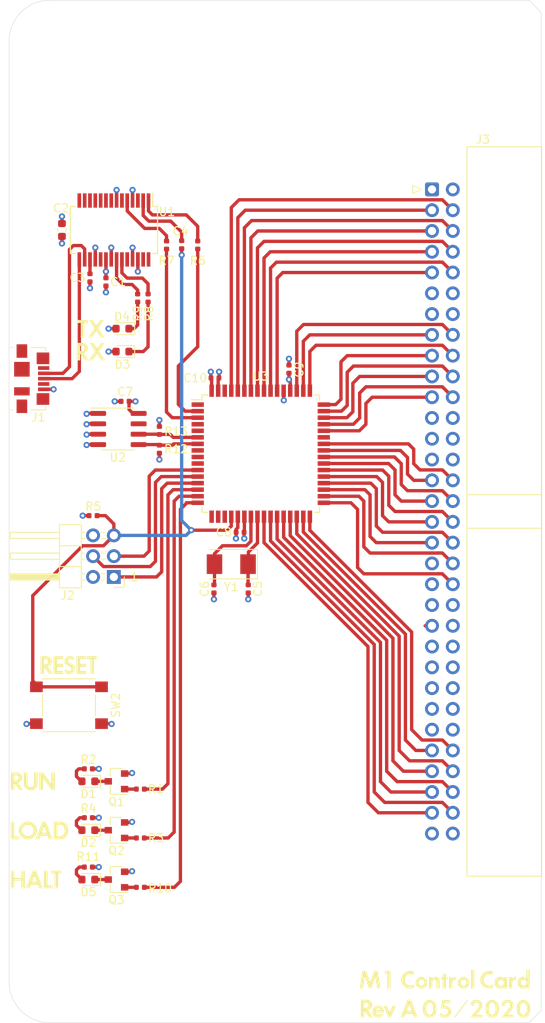
<source format=kicad_pcb>
(kicad_pcb (version 20171130) (host pcbnew 5.1.6-c6e7f7d~86~ubuntu18.04.1)
  (layers (0 F.Cu signal) (1 In1.Cu signal) (2 In2.Cu signal) (31 B.Cu signal) (34 B.Paste user) (35 F.Paste user) (36 B.SilkS user) (37 F.SilkS user) (38 B.Mask user) (39 F.Mask user) (44 Edge.Cuts user))
  (net 0 "")
  (net 1 GND)
  (net 2 "Net-(C3-Pad1)")
  (net 3 /nRESET)
  (net 4 "Net-(C4-Pad2)")
  (net 5 "Net-(C5-Pad1)")
  (net 6 "Net-(C6-Pad1)")
  (net 7 +5V)
  (net 8 "Net-(D1-Pad1)")
  (net 9 "Net-(D1-Pad2)")
  (net 10 "Net-(D2-Pad2)")
  (net 11 "Net-(D2-Pad1)")
  (net 12 "Net-(D3-Pad1)")
  (net 13 "Net-(D4-Pad1)")
  (net 14 "Net-(D5-Pad1)")
  (net 15 "Net-(D5-Pad2)")
  (net 16 /MISO)
  (net 17 /SCK)
  (net 18 /MOSI)
  (net 19 "Net-(Q1-Pad1)")
  (net 20 "Net-(Q2-Pad1)")
  (net 21 "Net-(Q3-Pad1)")
  (net 22 /RUN)
  (net 23 /LOAD)
  (net 24 "Net-(R6-Pad1)")
  (net 25 /RXD)
  (net 26 /TXD)
  (net 27 "Net-(R7-Pad1)")
  (net 28 "Net-(R8-Pad1)")
  (net 29 "Net-(R9-Pad1)")
  (net 30 /HALT)
  (net 31 /SDA)
  (net 32 /SCL)
  (net 33 "Net-(U1-Pad3)")
  (net 34 "Net-(U1-Pad6)")
  (net 35 "Net-(U1-Pad9)")
  (net 36 "Net-(U1-Pad10)")
  (net 37 "Net-(U1-Pad11)")
  (net 38 "Net-(U1-Pad12)")
  (net 39 "Net-(U1-Pad13)")
  (net 40 "Net-(U1-Pad14)")
  (net 41 "Net-(J1-Pad3)")
  (net 42 "Net-(J1-Pad2)")
  (net 43 "Net-(U1-Pad19)")
  (net 44 "Net-(U1-Pad27)")
  (net 45 "Net-(U1-Pad28)")
  (net 46 "Net-(U2-Pad7)")
  (net 47 "Net-(U3-Pad1)")
  (net 48 "Net-(U3-Pad4)")
  (net 49 "Net-(U3-Pad5)")
  (net 50 "Net-(U3-Pad8)")
  (net 51 "Net-(U3-Pad9)")
  (net 52 /nSS)
  (net 53 "Net-(U3-Pad17)")
  (net 54 "Net-(U3-Pad18)")
  (net 55 "Net-(U3-Pad19)")
  (net 56 "Net-(U3-Pad43)")
  (net 57 "Net-(U3-Pad62)")
  (net 58 "Net-(J1-Pad4)")
  (net 59 "Net-(J1-Pad1)")
  (net 60 /A1)
  (net 61 /A0)
  (net 62 /A3)
  (net 63 /A2)
  (net 64 /A5)
  (net 65 /A4)
  (net 66 /A7)
  (net 67 /A6)
  (net 68 /A9)
  (net 69 /A8)
  (net 70 /A11)
  (net 71 /A10)
  (net 72 /A13)
  (net 73 /A12)
  (net 74 /A15)
  (net 75 /A14)
  (net 76 /nPCOE)
  (net 77 /nWR)
  (net 78 /nTMPOE)
  (net 79 /PCINC)
  (net 80 /nADROE)
  (net 81 /TMPLD)
  (net 82 /nADRLO)
  (net 83 /ADRHI)
  (net 84 "Net-(J3-Pad37)")
  (net 85 /nSYSRST)
  (net 86 /nMEN)
  (net 87 "Net-(J3-Pad43)")
  (net 88 "Net-(J3-Pad44)")
  (net 89 "Net-(J3-Pad45)")
  (net 90 "Net-(J3-Pad46)")
  (net 91 "Net-(J3-Pad47)")
  (net 92 "Net-(J3-Pad48)")
  (net 93 "Net-(J3-Pad49)")
  (net 94 "Net-(J3-Pad50)")
  (net 95 /D6)
  (net 96 /D7)
  (net 97 /D4)
  (net 98 /D5)
  (net 99 /D2)
  (net 100 /D3)
  (net 101 /D0)
  (net 102 /D1)
  (module Resistor_SMD:R_0402_1005Metric (layer F.Cu) (at 145.216 57.948 270)
    (fp_text reference R6 (at 1.905 0 180) (layer F.SilkS))
    (fp_text value 1k)
    (pad 1 smd roundrect (at -0.485 0 270) (size 0.59 0.64) (layers F.Cu F.Paste F.Mask) (net 24 "Net-(R6-Pad1)"))
    (pad 2 smd roundrect (at 0.485 0 270) (size 0.59 0.64) (layers F.Cu F.Paste F.Mask) (net 26 /TXD))
  )
  (module "M1 Control Card:M1_CTRL_Label_TITLE" (layer F.Cu) (at 175.413 149.448)
    (fp_text reference G*** hide)
    (fp_text value LOGO hide)
  )
  (module "M1 Control Card:M1_CTRL_Label_TX" (layer F.Cu) (at 132.165 68.172)
    (fp_text reference G*** hide)
    (fp_text value LOGO hide)
  )
  (module "M1 Control Card:M1_CTRL_Label_RX" (layer F.Cu) (at 132.165 70.966)
    (fp_text reference G*** hide)
    (fp_text value LOGO hide)
  )
  (module "M1 Control Card:M1_CTRL_Label_RST" (layer F.Cu) (at 129.489 109.29)
    (fp_text reference G*** hide)
    (fp_text value LOGO hide)
  )
  (module "M1 Control Card:M1_CTRL_Label_HALT" (layer F.Cu) (at 125.469 135.495)
    (fp_text reference G*** hide)
    (fp_text value LOGO hide)
  )
  (module "M1 Control Card:M1_CTRL_Label_LOAD" (layer F.Cu) (at 125.869 129.495)
    (fp_text reference G*** hide)
    (fp_text value LOGO hide)
  )
  (module "M1 Control Card:M1_CTRL_Label_RUN" (layer F.Cu) (at 125.069 123.495)
    (fp_text reference G*** hide)
    (fp_text value LOGO hide)
  )
  (module LED_SMD:LED_0603_1608Metric (layer F.Cu) (at 131.86 123.506 180)
    (fp_text reference D1 (at 0 -1.524 180) (layer F.SilkS))
    (fp_text value GRN)
    (pad 1 smd roundrect (at -0.7875 0 180) (size 0.875 0.95) (layers F.Cu F.Paste F.Mask) (net 8 "Net-(D1-Pad1)"))
    (pad 2 smd roundrect (at 0.7875 0 180) (size 0.875 0.95) (layers F.Cu F.Paste F.Mask) (net 9 "Net-(D1-Pad2)"))
  )
  (module LED_SMD:LED_0603_1608Metric (layer F.Cu) (at 131.86 129.48 180)
    (fp_text reference D2 (at 0 -1.524 180) (layer F.SilkS))
    (fp_text value YLW)
    (pad 2 smd roundrect (at 0.7875 0 180) (size 0.875 0.95) (layers F.Cu F.Paste F.Mask) (net 10 "Net-(D2-Pad2)"))
    (pad 1 smd roundrect (at -0.7875 0 180) (size 0.875 0.95) (layers F.Cu F.Paste F.Mask) (net 11 "Net-(D2-Pad1)"))
  )
  (module LED_SMD:LED_0603_1608Metric (layer F.Cu) (at 136.029 70.97 180)
    (fp_text reference D3 (at 0 -1.583) (layer F.SilkS))
    (fp_text value RED)
    (pad 1 smd roundrect (at -0.7875 0 180) (size 0.875 0.95) (layers F.Cu F.Paste F.Mask) (net 12 "Net-(D3-Pad1)"))
    (pad 2 smd roundrect (at 0.7875 0 180) (size 0.875 0.95) (layers F.Cu F.Paste F.Mask) (net 7 +5V))
  )
  (module LED_SMD:LED_0603_1608Metric (layer F.Cu) (at 136.029 68.17 180)
    (fp_text reference D4 (at 0.054 1.459) (layer F.SilkS))
    (fp_text value BLUE)
    (pad 2 smd roundrect (at 0.7875 0 180) (size 0.875 0.95) (layers F.Cu F.Paste F.Mask) (net 7 +5V))
    (pad 1 smd roundrect (at -0.7875 0 180) (size 0.875 0.95) (layers F.Cu F.Paste F.Mask) (net 13 "Net-(D4-Pad1)"))
  )
  (module LED_SMD:LED_0603_1608Metric (layer F.Cu) (at 131.86 135.511 180)
    (fp_text reference D5 (at 0 -1.524) (layer F.SilkS))
    (fp_text value RED)
    (pad 1 smd roundrect (at -0.7875 0 180) (size 0.875 0.95) (layers F.Cu F.Paste F.Mask) (net 14 "Net-(D5-Pad1)"))
    (pad 2 smd roundrect (at 0.7875 0 180) (size 0.875 0.95) (layers F.Cu F.Paste F.Mask) (net 15 "Net-(D5-Pad2)"))
  )
  (module Package_TO_SOT_SMD:SOT-23 (layer F.Cu) (at 135.289 123.506 180)
    (fp_text reference Q1 (at 0 -2.5) (layer F.SilkS))
    (fp_text value MMBT3904)
    (pad 1 smd rect (at -1 -0.95 180) (size 0.9 0.8) (layers F.Cu F.Paste F.Mask) (net 19 "Net-(Q1-Pad1)"))
    (pad 2 smd rect (at -1 0.95 180) (size 0.9 0.8) (layers F.Cu F.Paste F.Mask) (net 1 GND))
    (pad 3 smd rect (at 1 0 180) (size 0.9 0.8) (layers F.Cu F.Paste F.Mask) (net 8 "Net-(D1-Pad1)"))
  )
  (module Package_TO_SOT_SMD:SOT-23 (layer F.Cu) (at 135.289 129.48 180)
    (fp_text reference Q2 (at 0 -2.5) (layer F.SilkS))
    (fp_text value MMBT3904)
    (pad 1 smd rect (at -1 -0.95 180) (size 0.9 0.8) (layers F.Cu F.Paste F.Mask) (net 20 "Net-(Q2-Pad1)"))
    (pad 2 smd rect (at -1 0.95 180) (size 0.9 0.8) (layers F.Cu F.Paste F.Mask) (net 1 GND))
    (pad 3 smd rect (at 1 0 180) (size 0.9 0.8) (layers F.Cu F.Paste F.Mask) (net 11 "Net-(D2-Pad1)"))
  )
  (module Package_TO_SOT_SMD:SOT-23 (layer F.Cu) (at 135.289 135.511 180)
    (fp_text reference Q3 (at 0 -2.5) (layer F.SilkS))
    (fp_text value MMBT3904)
    (pad 3 smd rect (at 1 0 180) (size 0.9 0.8) (layers F.Cu F.Paste F.Mask) (net 14 "Net-(D5-Pad1)"))
    (pad 2 smd rect (at -1 0.95 180) (size 0.9 0.8) (layers F.Cu F.Paste F.Mask) (net 1 GND))
    (pad 1 smd rect (at -1 -0.95 180) (size 0.9 0.8) (layers F.Cu F.Paste F.Mask) (net 21 "Net-(Q3-Pad1)"))
  )
  (module Package_SO:SSOP-28_5.3x10.2mm_P0.65mm (layer F.Cu) (at 134.981 56.107 270)
    (fp_text reference U1 (at -2.223 -6.477 180) (layer F.SilkS))
    (fp_text value FT232RL)
    (pad 1 smd rect (at -3.6 -4.225 270) (size 1.75 0.45) (layers F.Cu F.Paste F.Mask) (net 24 "Net-(R6-Pad1)"))
    (pad 2 smd rect (at -3.6 -3.575 270) (size 1.75 0.45) (layers F.Cu F.Paste F.Mask) (net 4 "Net-(C4-Pad2)"))
    (pad 3 smd rect (at -3.6 -2.925 270) (size 1.75 0.45) (layers F.Cu F.Paste F.Mask) (net 33 "Net-(U1-Pad3)"))
    (pad 4 smd rect (at -3.6 -2.275 270) (size 1.75 0.45) (layers F.Cu F.Paste F.Mask) (net 7 +5V))
    (pad 5 smd rect (at -3.6 -1.625 270) (size 1.75 0.45) (layers F.Cu F.Paste F.Mask) (net 27 "Net-(R7-Pad1)"))
    (pad 6 smd rect (at -3.6 -0.975 270) (size 1.75 0.45) (layers F.Cu F.Paste F.Mask) (net 34 "Net-(U1-Pad6)"))
    (pad 7 smd rect (at -3.6 -0.325 270) (size 1.75 0.45) (layers F.Cu F.Paste F.Mask) (net 1 GND))
    (pad 8 smd rect (at -3.6 0.325 270) (size 1.75 0.45) (layers F.Cu F.Paste F.Mask))
    (pad 9 smd rect (at -3.6 0.975 270) (size 1.75 0.45) (layers F.Cu F.Paste F.Mask) (net 35 "Net-(U1-Pad9)"))
    (pad 10 smd rect (at -3.6 1.625 270) (size 1.75 0.45) (layers F.Cu F.Paste F.Mask) (net 36 "Net-(U1-Pad10)"))
    (pad 11 smd rect (at -3.6 2.275 270) (size 1.75 0.45) (layers F.Cu F.Paste F.Mask) (net 37 "Net-(U1-Pad11)"))
    (pad 12 smd rect (at -3.6 2.925 270) (size 1.75 0.45) (layers F.Cu F.Paste F.Mask) (net 38 "Net-(U1-Pad12)"))
    (pad 13 smd rect (at -3.6 3.575 270) (size 1.75 0.45) (layers F.Cu F.Paste F.Mask) (net 39 "Net-(U1-Pad13)"))
    (pad 14 smd rect (at -3.6 4.225 270) (size 1.75 0.45) (layers F.Cu F.Paste F.Mask) (net 40 "Net-(U1-Pad14)"))
    (pad 15 smd rect (at 3.6 4.225 270) (size 1.75 0.45) (layers F.Cu F.Paste F.Mask) (net 41 "Net-(J1-Pad3)"))
    (pad 16 smd rect (at 3.6 3.575 270) (size 1.75 0.45) (layers F.Cu F.Paste F.Mask) (net 42 "Net-(J1-Pad2)"))
    (pad 17 smd rect (at 3.6 2.925 270) (size 1.75 0.45) (layers F.Cu F.Paste F.Mask) (net 2 "Net-(C3-Pad1)"))
    (pad 18 smd rect (at 3.6 2.275 270) (size 1.75 0.45) (layers F.Cu F.Paste F.Mask) (net 1 GND))
    (pad 19 smd rect (at 3.6 1.625 270) (size 1.75 0.45) (layers F.Cu F.Paste F.Mask) (net 43 "Net-(U1-Pad19)"))
    (pad 20 smd rect (at 3.6 0.975 270) (size 1.75 0.45) (layers F.Cu F.Paste F.Mask) (net 7 +5V))
    (pad 21 smd rect (at 3.6 0.325 270) (size 1.75 0.45) (layers F.Cu F.Paste F.Mask) (net 1 GND))
    (pad 22 smd rect (at 3.6 -0.325 270) (size 1.75 0.45) (layers F.Cu F.Paste F.Mask) (net 29 "Net-(R9-Pad1)"))
    (pad 23 smd rect (at 3.6 -0.975 270) (size 1.75 0.45) (layers F.Cu F.Paste F.Mask) (net 28 "Net-(R8-Pad1)"))
    (pad 24 smd rect (at 3.6 -1.625 270) (size 1.75 0.45) (layers F.Cu F.Paste F.Mask))
    (pad 25 smd rect (at 3.6 -2.275 270) (size 1.75 0.45) (layers F.Cu F.Paste F.Mask) (net 1 GND))
    (pad 26 smd rect (at 3.6 -2.925 270) (size 1.75 0.45) (layers F.Cu F.Paste F.Mask) (net 1 GND))
    (pad 27 smd rect (at 3.6 -3.575 270) (size 1.75 0.45) (layers F.Cu F.Paste F.Mask) (net 44 "Net-(U1-Pad27)"))
    (pad 28 smd rect (at 3.6 -4.225 270) (size 1.75 0.45) (layers F.Cu F.Paste F.Mask) (net 45 "Net-(U1-Pad28)"))
  )
  (module Package_SO:SOIC-8_3.9x4.9mm_P1.27mm (layer F.Cu) (at 135.523 80.437)
    (fp_text reference U2 (at -0.07 3.479) (layer F.SilkS))
    (fp_text value CAT24C512)
    (pad 1 smd roundrect (at -2.475 -1.905) (size 1.95 0.6) (layers F.Cu F.Paste F.Mask) (net 1 GND))
    (pad 2 smd roundrect (at -2.475 -0.635) (size 1.95 0.6) (layers F.Cu F.Paste F.Mask) (net 1 GND))
    (pad 3 smd roundrect (at -2.475 0.635) (size 1.95 0.6) (layers F.Cu F.Paste F.Mask) (net 1 GND))
    (pad 4 smd roundrect (at -2.475 1.905) (size 1.95 0.6) (layers F.Cu F.Paste F.Mask) (net 1 GND))
    (pad 5 smd roundrect (at 2.475 1.905) (size 1.95 0.6) (layers F.Cu F.Paste F.Mask) (net 31 /SDA))
    (pad 6 smd roundrect (at 2.475 0.635) (size 1.95 0.6) (layers F.Cu F.Paste F.Mask) (net 32 /SCL))
    (pad 7 smd roundrect (at 2.475 -0.635) (size 1.95 0.6) (layers F.Cu F.Paste F.Mask) (net 46 "Net-(U2-Pad7)"))
    (pad 8 smd roundrect (at 2.475 -1.905) (size 1.95 0.6) (layers F.Cu F.Paste F.Mask) (net 7 +5V))
  )
  (module Package_QFP:TQFP-64_14x14mm_P0.8mm (layer F.Cu) (at 152.915 83.455)
    (fp_text reference U3 (at 0 -9.45) (layer F.SilkS))
    (fp_text value ATmega169A-AU)
    (pad 1 smd rect (at -7.7 -6) (size 1.5 0.55) (layers F.Cu F.Paste F.Mask) (net 47 "Net-(U3-Pad1)"))
    (pad 2 smd rect (at -7.7 -5.2) (size 1.5 0.55) (layers F.Cu F.Paste F.Mask) (net 26 /TXD))
    (pad 3 smd rect (at -7.7 -4.4) (size 1.5 0.55) (layers F.Cu F.Paste F.Mask) (net 25 /RXD))
    (pad 4 smd rect (at -7.7 -3.6) (size 1.5 0.55) (layers F.Cu F.Paste F.Mask) (net 48 "Net-(U3-Pad4)"))
    (pad 5 smd rect (at -7.7 -2.8) (size 1.5 0.55) (layers F.Cu F.Paste F.Mask) (net 49 "Net-(U3-Pad5)"))
    (pad 6 smd rect (at -7.7 -2) (size 1.5 0.55) (layers F.Cu F.Paste F.Mask) (net 32 /SCL))
    (pad 7 smd rect (at -7.7 -1.2) (size 1.5 0.55) (layers F.Cu F.Paste F.Mask) (net 31 /SDA))
    (pad 8 smd rect (at -7.7 -0.4) (size 1.5 0.55) (layers F.Cu F.Paste F.Mask) (net 50 "Net-(U3-Pad8)"))
    (pad 9 smd rect (at -7.7 0.4) (size 1.5 0.55) (layers F.Cu F.Paste F.Mask) (net 51 "Net-(U3-Pad9)"))
    (pad 10 smd rect (at -7.7 1.2) (size 1.5 0.55) (layers F.Cu F.Paste F.Mask) (net 52 /nSS))
    (pad 11 smd rect (at -7.7 2) (size 1.5 0.55) (layers F.Cu F.Paste F.Mask) (net 17 /SCK))
    (pad 12 smd rect (at -7.7 2.8) (size 1.5 0.55) (layers F.Cu F.Paste F.Mask) (net 18 /MOSI))
    (pad 13 smd rect (at -7.7 3.6) (size 1.5 0.55) (layers F.Cu F.Paste F.Mask) (net 16 /MISO))
    (pad 14 smd rect (at -7.7 4.4) (size 1.5 0.55) (layers F.Cu F.Paste F.Mask) (net 22 /RUN))
    (pad 15 smd rect (at -7.7 5.2) (size 1.5 0.55) (layers F.Cu F.Paste F.Mask) (net 23 /LOAD))
    (pad 16 smd rect (at -7.7 6) (size 1.5 0.55) (layers F.Cu F.Paste F.Mask) (net 30 /HALT))
    (pad 17 smd rect (at -6 7.7 90) (size 1.5 0.55) (layers F.Cu F.Paste F.Mask) (net 53 "Net-(U3-Pad17)"))
    (pad 18 smd rect (at -5.2 7.7 90) (size 1.5 0.55) (layers F.Cu F.Paste F.Mask) (net 54 "Net-(U3-Pad18)"))
    (pad 19 smd rect (at -4.4 7.7 90) (size 1.5 0.55) (layers F.Cu F.Paste F.Mask) (net 55 "Net-(U3-Pad19)"))
    (pad 20 smd rect (at -3.6 7.7 90) (size 1.5 0.55) (layers F.Cu F.Paste F.Mask) (net 3 /nRESET))
    (pad 21 smd rect (at -2.8 7.7 90) (size 1.5 0.55) (layers F.Cu F.Paste F.Mask) (net 7 +5V))
    (pad 22 smd rect (at -2 7.7 90) (size 1.5 0.55) (layers F.Cu F.Paste F.Mask) (net 1 GND))
    (pad 23 smd rect (at -1.2 7.7 90) (size 1.5 0.55) (layers F.Cu F.Paste F.Mask) (net 6 "Net-(C6-Pad1)"))
    (pad 24 smd rect (at -0.4 7.7 90) (size 1.5 0.55) (layers F.Cu F.Paste F.Mask) (net 5 "Net-(C5-Pad1)"))
    (pad 25 smd rect (at 0.4 7.7 90) (size 1.5 0.55) (layers F.Cu F.Paste F.Mask) (net 101 /D0))
    (pad 26 smd rect (at 1.2 7.7 90) (size 1.5 0.55) (layers F.Cu F.Paste F.Mask) (net 102 /D1))
    (pad 27 smd rect (at 2 7.7 90) (size 1.5 0.55) (layers F.Cu F.Paste F.Mask) (net 99 /D2))
    (pad 28 smd rect (at 2.8 7.7 90) (size 1.5 0.55) (layers F.Cu F.Paste F.Mask) (net 100 /D3))
    (pad 29 smd rect (at 3.6 7.7 90) (size 1.5 0.55) (layers F.Cu F.Paste F.Mask) (net 97 /D4))
    (pad 30 smd rect (at 4.4 7.7 90) (size 1.5 0.55) (layers F.Cu F.Paste F.Mask) (net 98 /D5))
    (pad 31 smd rect (at 5.2 7.7 90) (size 1.5 0.55) (layers F.Cu F.Paste F.Mask) (net 95 /D6))
    (pad 32 smd rect (at 6 7.7 90) (size 1.5 0.55) (layers F.Cu F.Paste F.Mask) (net 96 /D7))
    (pad 33 smd rect (at 7.7 6) (size 1.5 0.55) (layers F.Cu F.Paste F.Mask) (net 86 /nMEN))
    (pad 34 smd rect (at 7.7 5.2) (size 1.5 0.55) (layers F.Cu F.Paste F.Mask) (net 85 /nSYSRST))
    (pad 35 smd rect (at 7.7 4.4) (size 1.5 0.55) (layers F.Cu F.Paste F.Mask) (net 82 /nADRLO))
    (pad 36 smd rect (at 7.7 3.6) (size 1.5 0.55) (layers F.Cu F.Paste F.Mask) (net 83 /ADRHI))
    (pad 37 smd rect (at 7.7 2.8) (size 1.5 0.55) (layers F.Cu F.Paste F.Mask) (net 80 /nADROE))
    (pad 38 smd rect (at 7.7 2) (size 1.5 0.55) (layers F.Cu F.Paste F.Mask) (net 81 /TMPLD))
    (pad 39 smd rect (at 7.7 1.2) (size 1.5 0.55) (layers F.Cu F.Paste F.Mask) (net 78 /nTMPOE))
    (pad 40 smd rect (at 7.7 0.4) (size 1.5 0.55) (layers F.Cu F.Paste F.Mask) (net 79 /PCINC))
    (pad 41 smd rect (at 7.7 -0.4) (size 1.5 0.55) (layers F.Cu F.Paste F.Mask) (net 76 /nPCOE))
    (pad 42 smd rect (at 7.7 -1.2) (size 1.5 0.55) (layers F.Cu F.Paste F.Mask) (net 77 /nWR))
    (pad 43 smd rect (at 7.7 -2) (size 1.5 0.55) (layers F.Cu F.Paste F.Mask) (net 56 "Net-(U3-Pad43)"))
    (pad 44 smd rect (at 7.7 -2.8) (size 1.5 0.55) (layers F.Cu F.Paste F.Mask) (net 74 /A15))
    (pad 45 smd rect (at 7.7 -3.6) (size 1.5 0.55) (layers F.Cu F.Paste F.Mask) (net 75 /A14))
    (pad 46 smd rect (at 7.7 -4.4) (size 1.5 0.55) (layers F.Cu F.Paste F.Mask) (net 72 /A13))
    (pad 47 smd rect (at 7.7 -5.2) (size 1.5 0.55) (layers F.Cu F.Paste F.Mask) (net 73 /A12))
    (pad 48 smd rect (at 7.7 -6) (size 1.5 0.55) (layers F.Cu F.Paste F.Mask) (net 70 /A11))
    (pad 49 smd rect (at 6 -7.7 90) (size 1.5 0.55) (layers F.Cu F.Paste F.Mask) (net 71 /A10))
    (pad 50 smd rect (at 5.2 -7.7 90) (size 1.5 0.55) (layers F.Cu F.Paste F.Mask) (net 68 /A9))
    (pad 51 smd rect (at 4.4 -7.7 90) (size 1.5 0.55) (layers F.Cu F.Paste F.Mask) (net 69 /A8))
    (pad 52 smd rect (at 3.6 -7.7 90) (size 1.5 0.55) (layers F.Cu F.Paste F.Mask) (net 7 +5V))
    (pad 53 smd rect (at 2.8 -7.7 90) (size 1.5 0.55) (layers F.Cu F.Paste F.Mask) (net 1 GND))
    (pad 54 smd rect (at 2 -7.7 90) (size 1.5 0.55) (layers F.Cu F.Paste F.Mask) (net 66 /A7))
    (pad 55 smd rect (at 1.2 -7.7 90) (size 1.5 0.55) (layers F.Cu F.Paste F.Mask) (net 67 /A6))
    (pad 56 smd rect (at 0.4 -7.7 90) (size 1.5 0.55) (layers F.Cu F.Paste F.Mask) (net 64 /A5))
    (pad 57 smd rect (at -0.4 -7.7 90) (size 1.5 0.55) (layers F.Cu F.Paste F.Mask) (net 65 /A4))
    (pad 58 smd rect (at -1.2 -7.7 90) (size 1.5 0.55) (layers F.Cu F.Paste F.Mask) (net 62 /A3))
    (pad 59 smd rect (at -2 -7.7 90) (size 1.5 0.55) (layers F.Cu F.Paste F.Mask) (net 63 /A2))
    (pad 60 smd rect (at -2.8 -7.7 90) (size 1.5 0.55) (layers F.Cu F.Paste F.Mask) (net 60 /A1))
    (pad 61 smd rect (at -3.6 -7.7 90) (size 1.5 0.55) (layers F.Cu F.Paste F.Mask) (net 61 /A0))
    (pad 62 smd rect (at -4.4 -7.7 90) (size 1.5 0.55) (layers F.Cu F.Paste F.Mask) (net 57 "Net-(U3-Pad62)"))
    (pad 63 smd rect (at -5.2 -7.7 90) (size 1.5 0.55) (layers F.Cu F.Paste F.Mask) (net 1 GND))
    (pad 64 smd rect (at -6 -7.7 90) (size 1.5 0.55) (layers F.Cu F.Paste F.Mask) (net 7 +5V))
  )
  (module Connector_USB:USB_Micro-B_Molex_47346-0001 (layer F.Cu) (at 124.939 74.284 270)
    (fp_text reference J1 (at 4.726 -0.815) (layer F.SilkS))
    (fp_text value " MOLEX 0473460001")
    (pad 1 smd rect (at -1.3 -1.46 270) (size 0.45 1.38) (layers F.Cu F.Paste F.Mask) (net 59 "Net-(J1-Pad1)"))
    (pad 2 smd rect (at -0.65 -1.46 270) (size 0.45 1.38) (layers F.Cu F.Paste F.Mask) (net 42 "Net-(J1-Pad2)"))
    (pad 3 smd rect (at 0 -1.46 270) (size 0.45 1.38) (layers F.Cu F.Paste F.Mask) (net 41 "Net-(J1-Pad3)"))
    (pad 4 smd rect (at 0.65 -1.46 270) (size 0.45 1.38) (layers F.Cu F.Paste F.Mask) (net 58 "Net-(J1-Pad4)"))
    (pad 5 smd rect (at 1.3 -1.46 270) (size 0.45 1.38) (layers F.Cu F.Paste F.Mask) (net 1 GND))
    (pad 6 smd rect (at -2.4875 -1.375 270) (size 1.425 1.55) (layers F.Cu F.Paste F.Mask))
    (pad 6 smd rect (at 2.4875 -1.375 270) (size 1.425 1.55) (layers F.Cu F.Paste F.Mask))
    (pad 6 smd rect (at -3.375 1.2 270) (size 1.65 1.3) (layers F.Cu F.Paste F.Mask))
    (pad 6 smd rect (at 3.375 1.2 270) (size 1.65 1.3) (layers F.Cu F.Paste F.Mask))
    (pad 6 smd rect (at -1.15 1.2 270) (size 1.8 1.9) (layers F.Cu F.Paste F.Mask))
    (pad 6 smd rect (at 1.55 1.2 270) (size 1 1.9) (layers F.Cu F.Paste F.Mask))
  )
  (module Capacitor_SMD:C_0402_1005Metric (layer F.Cu) (at 134.006 62.457 270)
    (fp_text reference C1 (at 0 -1.483 180) (layer F.SilkS))
    (fp_text value 100n)
    (pad 1 smd roundrect (at -0.485 0 270) (size 0.59 0.64) (layers F.Cu F.Paste F.Mask) (net 7 +5V))
    (pad 2 smd roundrect (at 0.485 0 270) (size 0.59 0.64) (layers F.Cu F.Paste F.Mask) (net 1 GND))
  )
  (module Capacitor_SMD:C_0603_1608Metric (layer F.Cu) (at 128.631 56.107 90)
    (fp_text reference C2 (at 2.667 -0.127 180) (layer F.SilkS))
    (fp_text value 4u7)
    (pad 1 smd roundrect (at -0.7875 0 90) (size 0.875 0.95) (layers F.Cu F.Paste F.Mask) (net 7 +5V))
    (pad 2 smd roundrect (at 0.7875 0 90) (size 0.875 0.95) (layers F.Cu F.Paste F.Mask) (net 1 GND))
  )
  (module Capacitor_SMD:C_0402_1005Metric (layer F.Cu) (at 132.056 61.949 270)
    (fp_text reference C3 (at 0 1.52 180) (layer F.SilkS))
    (fp_text value 100n)
    (pad 2 smd roundrect (at 0.485 0 270) (size 0.59 0.64) (layers F.Cu F.Paste F.Mask) (net 1 GND))
    (pad 1 smd roundrect (at -0.485 0 270) (size 0.59 0.64) (layers F.Cu F.Paste F.Mask) (net 2 "Net-(C3-Pad1)"))
  )
  (module Capacitor_SMD:C_0402_1005Metric (layer F.Cu) (at 143.254 57.901 90)
    (fp_text reference C4 (at 1.651 -0.127 180) (layer F.SilkS))
    (fp_text value 100n)
    (pad 1 smd roundrect (at -0.485 0 90) (size 0.59 0.64) (layers F.Cu F.Paste F.Mask) (net 3 /nRESET))
    (pad 2 smd roundrect (at 0.485 0 90) (size 0.59 0.64) (layers F.Cu F.Paste F.Mask) (net 4 "Net-(C4-Pad2)"))
  )
  (module Capacitor_SMD:C_0402_1005Metric (layer F.Cu) (at 151.388 99.981 270)
    (fp_text reference C5 (at 0 -1.17 90) (layer F.SilkS))
    (fp_text value 20p)
    (pad 2 smd roundrect (at 0.485 0 270) (size 0.59 0.64) (layers F.Cu F.Paste F.Mask) (net 1 GND))
    (pad 1 smd roundrect (at -0.485 0 270) (size 0.59 0.64) (layers F.Cu F.Paste F.Mask) (net 5 "Net-(C5-Pad1)"))
  )
  (module Capacitor_SMD:C_0402_1005Metric (layer F.Cu) (at 147.197 99.981 270)
    (fp_text reference C6 (at 0 1.143 90) (layer F.SilkS))
    (fp_text value 20p)
    (pad 1 smd roundrect (at -0.485 0 270) (size 0.59 0.64) (layers F.Cu F.Paste F.Mask) (net 6 "Net-(C6-Pad1)"))
    (pad 2 smd roundrect (at 0.485 0 270) (size 0.59 0.64) (layers F.Cu F.Paste F.Mask) (net 1 GND))
  )
  (module Capacitor_SMD:C_0402_1005Metric (layer F.Cu) (at 136.342 77.058)
    (fp_text reference C7 (at 0 -1.17) (layer F.SilkS))
    (fp_text value 100n)
    (pad 2 smd roundrect (at 0.485 0) (size 0.59 0.64) (layers F.Cu F.Paste F.Mask) (net 7 +5V))
    (pad 1 smd roundrect (at -0.485 0) (size 0.59 0.64) (layers F.Cu F.Paste F.Mask) (net 1 GND))
  )
  (module Capacitor_SMD:C_0402_1005Metric (layer F.Cu) (at 150.394 93.06 180)
    (fp_text reference C8 (at 2 0) (layer F.SilkS))
    (fp_text value 100n)
    (pad 1 smd roundrect (at -0.485 0 180) (size 0.59 0.64) (layers F.Cu F.Paste F.Mask) (net 1 GND))
    (pad 2 smd roundrect (at 0.485 0 180) (size 0.59 0.64) (layers F.Cu F.Paste F.Mask) (net 7 +5V))
  )
  (module Resistor_SMD:R_0402_1005Metric (layer F.Cu) (at 138.21 124.456 180)
    (fp_text reference R1 (at -1.905 0) (layer F.SilkS))
    (fp_text value 1k)
    (pad 1 smd roundrect (at -0.485 0 180) (size 0.59 0.64) (layers F.Cu F.Paste F.Mask) (net 22 /RUN))
    (pad 2 smd roundrect (at 0.485 0 180) (size 0.59 0.64) (layers F.Cu F.Paste F.Mask) (net 19 "Net-(Q1-Pad1)"))
  )
  (module Resistor_SMD:R_0402_1005Metric (layer F.Cu) (at 131.86 121.982 180)
    (fp_text reference R2 (at 0 1.143 180) (layer F.SilkS))
    (fp_text value 270)
    (pad 2 smd roundrect (at 0.485 0 180) (size 0.59 0.64) (layers F.Cu F.Paste F.Mask) (net 9 "Net-(D1-Pad2)"))
    (pad 1 smd roundrect (at -0.485 0 180) (size 0.59 0.64) (layers F.Cu F.Paste F.Mask) (net 7 +5V))
  )
  (module Resistor_SMD:R_0402_1005Metric (layer F.Cu) (at 138.21 130.43 180)
    (fp_text reference R3 (at -1.905 0) (layer F.SilkS))
    (fp_text value 1k)
    (pad 2 smd roundrect (at 0.485 0 180) (size 0.59 0.64) (layers F.Cu F.Paste F.Mask) (net 20 "Net-(Q2-Pad1)"))
    (pad 1 smd roundrect (at -0.485 0 180) (size 0.59 0.64) (layers F.Cu F.Paste F.Mask) (net 23 /LOAD))
  )
  (module Resistor_SMD:R_0402_1005Metric (layer F.Cu) (at 131.86 127.956 180)
    (fp_text reference R4 (at 0 1.134) (layer F.SilkS))
    (fp_text value 270)
    (pad 1 smd roundrect (at -0.485 0 180) (size 0.59 0.64) (layers F.Cu F.Paste F.Mask) (net 7 +5V))
    (pad 2 smd roundrect (at 0.485 0 180) (size 0.59 0.64) (layers F.Cu F.Paste F.Mask) (net 10 "Net-(D2-Pad2)"))
  )
  (module Resistor_SMD:R_0402_1005Metric (layer F.Cu) (at 132.432 91.028)
    (fp_text reference R5 (at 0.018 -1.127) (layer F.SilkS))
    (fp_text value 1k)
    (pad 1 smd roundrect (at -0.485 0) (size 0.59 0.64) (layers F.Cu F.Paste F.Mask) (net 7 +5V))
    (pad 2 smd roundrect (at 0.485 0) (size 0.59 0.64) (layers F.Cu F.Paste F.Mask) (net 3 /nRESET))
  )
  (module Resistor_SMD:R_0402_1005Metric (layer F.Cu) (at 141.406 57.948 270)
    (fp_text reference R7 (at 1.905 0 180) (layer F.SilkS))
    (fp_text value 1k)
    (pad 2 smd roundrect (at 0.485 0 270) (size 0.59 0.64) (layers F.Cu F.Paste F.Mask) (net 25 /RXD))
    (pad 1 smd roundrect (at -0.485 0 270) (size 0.59 0.64) (layers F.Cu F.Paste F.Mask) (net 27 "Net-(R7-Pad1)"))
  )
  (module Resistor_SMD:R_0402_1005Metric (layer F.Cu) (at 139.15 64.425 270)
    (fp_text reference R8 (at 1.905 -0.127 90) (layer F.SilkS))
    (fp_text value 470)
    (pad 1 smd roundrect (at -0.485 0 270) (size 0.59 0.64) (layers F.Cu F.Paste F.Mask) (net 28 "Net-(R8-Pad1)"))
    (pad 2 smd roundrect (at 0.485 0 270) (size 0.59 0.64) (layers F.Cu F.Paste F.Mask) (net 12 "Net-(D3-Pad1)"))
  )
  (module Resistor_SMD:R_0402_1005Metric (layer F.Cu) (at 137.88 64.425 270)
    (fp_text reference R9 (at 1.905 0 90) (layer F.SilkS))
    (fp_text value 470)
    (pad 2 smd roundrect (at 0.485 0 270) (size 0.59 0.64) (layers F.Cu F.Paste F.Mask) (net 13 "Net-(D4-Pad1)"))
    (pad 1 smd roundrect (at -0.485 0 270) (size 0.59 0.64) (layers F.Cu F.Paste F.Mask) (net 29 "Net-(R9-Pad1)"))
  )
  (module Resistor_SMD:R_0402_1005Metric (layer F.Cu) (at 138.21 136.461 180)
    (fp_text reference R10 (at -2.413 -0.127) (layer F.SilkS))
    (fp_text value 1k)
    (pad 1 smd roundrect (at -0.485 0 180) (size 0.59 0.64) (layers F.Cu F.Paste F.Mask) (net 30 /HALT))
    (pad 2 smd roundrect (at 0.485 0 180) (size 0.59 0.64) (layers F.Cu F.Paste F.Mask) (net 21 "Net-(Q3-Pad1)"))
  )
  (module Resistor_SMD:R_0402_1005Metric (layer F.Cu) (at 131.86 133.987 180)
    (fp_text reference R11 (at 0 1.27) (layer F.SilkS))
    (fp_text value 270)
    (pad 2 smd roundrect (at 0.485 0 180) (size 0.59 0.64) (layers F.Cu F.Paste F.Mask) (net 15 "Net-(D5-Pad2)"))
    (pad 1 smd roundrect (at -0.485 0 180) (size 0.59 0.64) (layers F.Cu F.Paste F.Mask) (net 7 +5V))
  )
  (module Resistor_SMD:R_0402_1005Metric (layer F.Cu) (at 140.533 82.9 90)
    (fp_text reference R12 (at 0 2.032) (layer F.SilkS))
    (fp_text value 4k7)
    (pad 1 smd roundrect (at -0.485 0 90) (size 0.59 0.64) (layers F.Cu F.Paste F.Mask) (net 7 +5V))
    (pad 2 smd roundrect (at 0.485 0 90) (size 0.59 0.64) (layers F.Cu F.Paste F.Mask) (net 31 /SDA))
  )
  (module Resistor_SMD:R_0402_1005Metric (layer F.Cu) (at 140.533 80.614 270)
    (fp_text reference R13 (at 0.127 -2.032 180) (layer F.SilkS))
    (fp_text value 4k7)
    (pad 2 smd roundrect (at 0.485 0 270) (size 0.59 0.64) (layers F.Cu F.Paste F.Mask) (net 32 /SCL))
    (pad 1 smd roundrect (at -0.485 0 270) (size 0.59 0.64) (layers F.Cu F.Paste F.Mask) (net 7 +5V))
  )
  (module Capacitor_SMD:C_0402_1005Metric (layer F.Cu) (at 156.363 73.121 270)
    (fp_text reference C9 (at 0.063 -1.248 90) (layer F.SilkS))
    (fp_text value 100n)
    (pad 1 smd roundrect (at -0.485 0 270) (size 0.59 0.64) (layers F.Cu F.Paste F.Mask) (net 1 GND))
    (pad 2 smd roundrect (at 0.485 0 270) (size 0.59 0.64) (layers F.Cu F.Paste F.Mask) (net 7 +5V))
  )
  (module Crystal:Crystal_SMD_Abracon_ABM3-2Pin_5.0x3.2mm (layer F.Cu) (at 149.315 96.958 180)
    (fp_text reference Y1 (at 0 -2.8) (layer F.SilkS))
    (fp_text value 16MHz)
    (pad 1 smd rect (at -2.05 0 180) (size 1.9 2.4) (layers F.Cu F.Paste F.Mask) (net 5 "Net-(C5-Pad1)"))
    (pad 2 smd rect (at 2.05 0 180) (size 1.9 2.4) (layers F.Cu F.Paste F.Mask) (net 6 "Net-(C6-Pad1)"))
  )
  (module Capacitor_SMD:C_0402_1005Metric (layer F.Cu) (at 147.324 74.2 180)
    (fp_text reference C10 (at 2.413 0) (layer F.SilkS))
    (fp_text value 100n)
    (pad 1 smd roundrect (at -0.485 0 180) (size 0.59 0.64) (layers F.Cu F.Paste F.Mask) (net 1 GND))
    (pad 2 smd roundrect (at 0.485 0 180) (size 0.59 0.64) (layers F.Cu F.Paste F.Mask) (net 7 +5V))
  )
  (module Button_Switch_SMD:SW_SPST_PTS645 (layer F.Cu) (at 129.489 114.205 180)
    (fp_text reference SW2 (at -5.715 0 90) (layer F.SilkS))
    (fp_text value SW_Push)
    (pad 2 smd rect (at -3.98 2.25 180) (size 1.55 1.3) (layers F.Cu F.Paste F.Mask) (net 3 /nRESET))
    (pad 1 smd rect (at -3.98 -2.25 180) (size 1.55 1.3) (layers F.Cu F.Paste F.Mask) (net 1 GND))
    (pad 1 smd rect (at 3.98 -2.25 180) (size 1.55 1.3) (layers F.Cu F.Paste F.Mask) (net 1 GND))
    (pad 2 smd rect (at 3.98 2.25 180) (size 1.55 1.3) (layers F.Cu F.Paste F.Mask) (net 3 /nRESET))
  )
  (module Connector_IDC:IDC-Header_2x32_P2.54mm_Horizontal (layer F.Cu) (at 173.835 51.15)
    (fp_text reference J3 (at 6.215 -6.1) (layer F.SilkS))
    (fp_text value "Socket Hdr 0.1\"")
    (pad 1 thru_hole roundrect (at 0 0) (size 1.7 1.7) (drill 1) (layers *.Cu *.Mask) (roundrect_rratio 0.147059) (net 1 GND))
    (pad 3 thru_hole circle (at 0 2.54) (size 1.7 1.7) (drill 1) (layers *.Cu *.Mask) (net 60 /A1))
    (pad 5 thru_hole circle (at 0 5.08) (size 1.7 1.7) (drill 1) (layers *.Cu *.Mask) (net 62 /A3))
    (pad 7 thru_hole circle (at 0 7.62) (size 1.7 1.7) (drill 1) (layers *.Cu *.Mask) (net 64 /A5))
    (pad 9 thru_hole circle (at 0 10.16) (size 1.7 1.7) (drill 1) (layers *.Cu *.Mask) (net 66 /A7))
    (pad 11 thru_hole circle (at 0 12.7) (size 1.7 1.7) (drill 1) (layers *.Cu *.Mask) (net 1 GND))
    (pad 13 thru_hole circle (at 0 15.24) (size 1.7 1.7) (drill 1) (layers *.Cu *.Mask) (net 1 GND))
    (pad 15 thru_hole circle (at 0 17.78) (size 1.7 1.7) (drill 1) (layers *.Cu *.Mask) (net 68 /A9))
    (pad 17 thru_hole circle (at 0 20.32) (size 1.7 1.7) (drill 1) (layers *.Cu *.Mask) (net 70 /A11))
    (pad 19 thru_hole circle (at 0 22.86) (size 1.7 1.7) (drill 1) (layers *.Cu *.Mask) (net 72 /A13))
    (pad 21 thru_hole circle (at 0 25.4) (size 1.7 1.7) (drill 1) (layers *.Cu *.Mask) (net 74 /A15))
    (pad 23 thru_hole circle (at 0 27.94) (size 1.7 1.7) (drill 1) (layers *.Cu *.Mask) (net 1 GND))
    (pad 25 thru_hole circle (at 0 30.48) (size 1.7 1.7) (drill 1) (layers *.Cu *.Mask) (net 7 +5V))
    (pad 27 thru_hole circle (at 0 33.02) (size 1.7 1.7) (drill 1) (layers *.Cu *.Mask) (net 1 GND))
    (pad 29 thru_hole circle (at 0 35.56) (size 1.7 1.7) (drill 1) (layers *.Cu *.Mask) (net 76 /nPCOE))
    (pad 31 thru_hole circle (at 0 38.1) (size 1.7 1.7) (drill 1) (layers *.Cu *.Mask) (net 78 /nTMPOE))
    (pad 33 thru_hole circle (at 0 40.64) (size 1.7 1.7) (drill 1) (layers *.Cu *.Mask) (net 80 /nADROE))
    (pad 35 thru_hole circle (at 0 43.18) (size 1.7 1.7) (drill 1) (layers *.Cu *.Mask) (net 82 /nADRLO))
    (pad 37 thru_hole circle (at 0 45.72) (size 1.7 1.7) (drill 1) (layers *.Cu *.Mask) (net 84 "Net-(J3-Pad37)"))
    (pad 39 thru_hole circle (at 0 48.26) (size 1.7 1.7) (drill 1) (layers *.Cu *.Mask) (net 1 GND))
    (pad 41 thru_hole circle (at 0 50.8) (size 1.7 1.7) (drill 1) (layers *.Cu *.Mask) (net 1 GND))
    (pad 43 thru_hole circle (at 0 53.34) (size 1.7 1.7) (drill 1) (layers *.Cu *.Mask) (net 87 "Net-(J3-Pad43)"))
    (pad 45 thru_hole circle (at 0 55.88) (size 1.7 1.7) (drill 1) (layers *.Cu *.Mask) (net 89 "Net-(J3-Pad45)"))
    (pad 47 thru_hole circle (at 0 58.42) (size 1.7 1.7) (drill 1) (layers *.Cu *.Mask) (net 91 "Net-(J3-Pad47)"))
    (pad 49 thru_hole circle (at 0 60.96) (size 1.7 1.7) (drill 1) (layers *.Cu *.Mask) (net 93 "Net-(J3-Pad49)"))
    (pad 51 thru_hole circle (at 0 63.5) (size 1.7 1.7) (drill 1) (layers *.Cu *.Mask) (net 1 GND))
    (pad 53 thru_hole circle (at 0 66.04) (size 1.7 1.7) (drill 1) (layers *.Cu *.Mask) (net 1 GND))
    (pad 55 thru_hole circle (at 0 68.58) (size 1.7 1.7) (drill 1) (layers *.Cu *.Mask) (net 95 /D6))
    (pad 57 thru_hole circle (at 0 71.12) (size 1.7 1.7) (drill 1) (layers *.Cu *.Mask) (net 97 /D4))
    (pad 59 thru_hole circle (at 0 73.66) (size 1.7 1.7) (drill 1) (layers *.Cu *.Mask) (net 99 /D2))
    (pad 61 thru_hole circle (at 0 76.2) (size 1.7 1.7) (drill 1) (layers *.Cu *.Mask) (net 101 /D0))
    (pad 63 thru_hole circle (at 0 78.74) (size 1.7 1.7) (drill 1) (layers *.Cu *.Mask) (net 1 GND))
    (pad 2 thru_hole circle (at 2.54 0) (size 1.7 1.7) (drill 1) (layers *.Cu *.Mask) (net 1 GND))
    (pad 4 thru_hole circle (at 2.54 2.54) (size 1.7 1.7) (drill 1) (layers *.Cu *.Mask) (net 61 /A0))
    (pad 6 thru_hole circle (at 2.54 5.08) (size 1.7 1.7) (drill 1) (layers *.Cu *.Mask) (net 63 /A2))
    (pad 8 thru_hole circle (at 2.54 7.62) (size 1.7 1.7) (drill 1) (layers *.Cu *.Mask) (net 65 /A4))
    (pad 10 thru_hole circle (at 2.54 10.16) (size 1.7 1.7) (drill 1) (layers *.Cu *.Mask) (net 67 /A6))
    (pad 12 thru_hole circle (at 2.54 12.7) (size 1.7 1.7) (drill 1) (layers *.Cu *.Mask) (net 1 GND))
    (pad 14 thru_hole circle (at 2.54 15.24) (size 1.7 1.7) (drill 1) (layers *.Cu *.Mask) (net 1 GND))
    (pad 16 thru_hole circle (at 2.54 17.78) (size 1.7 1.7) (drill 1) (layers *.Cu *.Mask) (net 69 /A8))
    (pad 18 thru_hole circle (at 2.54 20.32) (size 1.7 1.7) (drill 1) (layers *.Cu *.Mask) (net 71 /A10))
    (pad 20 thru_hole circle (at 2.54 22.86) (size 1.7 1.7) (drill 1) (layers *.Cu *.Mask) (net 73 /A12))
    (pad 22 thru_hole circle (at 2.54 25.4) (size 1.7 1.7) (drill 1) (layers *.Cu *.Mask) (net 75 /A14))
    (pad 24 thru_hole circle (at 2.54 27.94) (size 1.7 1.7) (drill 1) (layers *.Cu *.Mask) (net 1 GND))
    (pad 26 thru_hole circle (at 2.54 30.48) (size 1.7 1.7) (drill 1) (layers *.Cu *.Mask) (net 7 +5V))
    (pad 28 thru_hole circle (at 2.54 33.02) (size 1.7 1.7) (drill 1) (layers *.Cu *.Mask) (net 1 GND))
    (pad 30 thru_hole circle (at 2.54 35.56) (size 1.7 1.7) (drill 1) (layers *.Cu *.Mask) (net 77 /nWR))
    (pad 32 thru_hole circle (at 2.54 38.1) (size 1.7 1.7) (drill 1) (layers *.Cu *.Mask) (net 79 /PCINC))
    (pad 34 thru_hole circle (at 2.54 40.64) (size 1.7 1.7) (drill 1) (layers *.Cu *.Mask) (net 81 /TMPLD))
    (pad 36 thru_hole circle (at 2.54 43.18) (size 1.7 1.7) (drill 1) (layers *.Cu *.Mask) (net 83 /ADRHI))
    (pad 38 thru_hole circle (at 2.54 45.72) (size 1.7 1.7) (drill 1) (layers *.Cu *.Mask) (net 85 /nSYSRST))
    (pad 40 thru_hole circle (at 2.54 48.26) (size 1.7 1.7) (drill 1) (layers *.Cu *.Mask) (net 86 /nMEN))
    (pad 42 thru_hole circle (at 2.54 50.8) (size 1.7 1.7) (drill 1) (layers *.Cu *.Mask) (net 1 GND))
    (pad 44 thru_hole circle (at 2.54 53.34) (size 1.7 1.7) (drill 1) (layers *.Cu *.Mask) (net 88 "Net-(J3-Pad44)"))
    (pad 46 thru_hole circle (at 2.54 55.88) (size 1.7 1.7) (drill 1) (layers *.Cu *.Mask) (net 90 "Net-(J3-Pad46)"))
    (pad 48 thru_hole circle (at 2.54 58.42) (size 1.7 1.7) (drill 1) (layers *.Cu *.Mask) (net 92 "Net-(J3-Pad48)"))
    (pad 50 thru_hole circle (at 2.54 60.96) (size 1.7 1.7) (drill 1) (layers *.Cu *.Mask) (net 94 "Net-(J3-Pad50)"))
    (pad 52 thru_hole circle (at 2.54 63.5) (size 1.7 1.7) (drill 1) (layers *.Cu *.Mask) (net 1 GND))
    (pad 54 thru_hole circle (at 2.54 66.04) (size 1.7 1.7) (drill 1) (layers *.Cu *.Mask) (net 1 GND))
    (pad 56 thru_hole circle (at 2.54 68.58) (size 1.7 1.7) (drill 1) (layers *.Cu *.Mask) (net 96 /D7))
    (pad 58 thru_hole circle (at 2.54 71.12) (size 1.7 1.7) (drill 1) (layers *.Cu *.Mask) (net 98 /D5))
    (pad 60 thru_hole circle (at 2.54 73.66) (size 1.7 1.7) (drill 1) (layers *.Cu *.Mask) (net 100 /D3))
    (pad 62 thru_hole circle (at 2.54 76.2) (size 1.7 1.7) (drill 1) (layers *.Cu *.Mask) (net 102 /D1))
    (pad 64 thru_hole circle (at 2.54 78.74) (size 1.7 1.7) (drill 1) (layers *.Cu *.Mask) (net 1 GND))
  )
  (module Connector_PinHeader_2.54mm:PinHeader_2x03_P2.54mm_Horizontal (layer F.Cu) (at 134.972 98.521 180)
    (fp_text reference J2 (at 5.655 -2.27) (layer F.SilkS))
    (fp_text value "2X3 0.1\"")
    (pad 1 thru_hole rect (at 0 0 180) (size 1.7 1.7) (drill 1) (layers *.Cu *.Mask) (net 16 /MISO))
    (pad 2 thru_hole oval (at 2.54 0 180) (size 1.7 1.7) (drill 1) (layers *.Cu *.Mask) (net 7 +5V))
    (pad 3 thru_hole oval (at 0 2.54 180) (size 1.7 1.7) (drill 1) (layers *.Cu *.Mask) (net 17 /SCK))
    (pad 4 thru_hole oval (at 2.54 2.54 180) (size 1.7 1.7) (drill 1) (layers *.Cu *.Mask) (net 18 /MOSI))
    (pad 5 thru_hole oval (at 0 5.08 180) (size 1.7 1.7) (drill 1) (layers *.Cu *.Mask) (net 3 /nRESET))
    (pad 6 thru_hole oval (at 2.54 5.08 180) (size 1.7 1.7) (drill 1) (layers *.Cu *.Mask) (net 1 GND))
  )
  (gr_line (start 127.175 153.02) (end 185.674999 153.02) (layer Edge.Cuts) (width 0.05))
  (gr_line (start 127.175 28.02) (end 185.674999 28.02) (layer Edge.Cuts) (width 0.05))
  (gr_line (start 122.175 33.02) (end 122.175 148.02) (layer Edge.Cuts) (width 0.05))
  (gr_line (start 187.175 151.52) (end 185.675 153.02) (layer Edge.Cuts) (width 0.05))
  (gr_line (start 187.175 29.52) (end 185.675 28.02) (layer Edge.Cuts) (width 0.05))
  (gr_line (start 187.175 90.52) (end 187.175 29.52) (layer Edge.Cuts) (width 0.05))
  (gr_line (start 187.175 90.52) (end 187.175 151.52) (layer Edge.Cuts) (width 0.05))
  (gr_text 1 (at 137.465 98.54) (layer F.SilkS) (effects (font (size 1 1))))
  (gr_arc (start 127.175 33.02) (end 127.175 28.02) (angle -90) (layer Edge.Cuts) (width 0.05))
  (gr_arc (start 127.175 148.02) (end 122.175 148.02) (angle -90) (layer Edge.Cuts) (width 0.05))
  (via (at 155.728 76.931) (size 0.762) (drill 0.3556) (layers F.Cu B.Cu) (net 1))
  (via (at 147.197 101.251) (size 0.762) (drill 0.3556) (layers F.Cu B.Cu) (net 1))
  (via (at 151.388 101.251) (size 0.762) (drill 0.3556) (layers F.Cu B.Cu) (net 1))
  (via (at 124.304 116.491) (size 0.762) (drill 0.3556) (layers F.Cu B.Cu) (net 1))
  (via (at 134.696 116.491) (size 0.762) (drill 0.3556) (layers F.Cu B.Cu) (net 1))
  (via (at 147.832 73.438) (size 0.762) (drill 0.3556) (layers F.Cu B.Cu) (net 1))
  (via (at 127.606 75.584) (size 0.762) (drill 0.3556) (layers F.Cu B.Cu) (net 1))
  (via (at 132.706 58.266) (size 0.762) (drill 0.3556) (layers F.Cu B.Cu) (net 1))
  (via (at 134.656 58.266) (size 0.762) (drill 0.3556) (layers F.Cu B.Cu) (net 1))
  (via (at 137.256 58.266) (size 0.762) (drill 0.3556) (layers F.Cu B.Cu) (net 1))
  (via (at 137.902 61.187) (size 0.762) (drill 0.3556) (layers F.Cu B.Cu) (net 1))
  (via (at 135.306 51.217) (size 0.762) (drill 0.3556) (layers F.Cu B.Cu) (net 1))
  (via (at 128.631 54.456) (size 0.762) (drill 0.3556) (layers F.Cu B.Cu) (net 1))
  (via (at 134.006 63.727) (size 0.762) (drill 0.3556) (layers F.Cu B.Cu) (net 1))
  (via (at 132.056 63.219) (size 0.762) (drill 0.3556) (layers F.Cu B.Cu) (net 1))
  (via (at 137.194 122.49) (size 0.762) (drill 0.3556) (layers F.Cu B.Cu) (net 1))
  (via (at 137.194 128.464) (size 0.762) (drill 0.3556) (layers F.Cu B.Cu) (net 1))
  (via (at 137.194 134.495) (size 0.762) (drill 0.3556) (layers F.Cu B.Cu) (net 1))
  (via (at 135.072 77.058) (size 0.762) (drill 0.3556) (layers F.Cu B.Cu) (net 1))
  (via (at 131.643 78.582) (size 0.762) (drill 0.3556) (layers F.Cu B.Cu) (net 1))
  (via (at 131.643 82.392) (size 0.762) (drill 0.3556) (layers F.Cu B.Cu) (net 1))
  (via (at 131.643 81.122) (size 0.762) (drill 0.3556) (layers F.Cu B.Cu) (net 1))
  (via (at 131.643 79.852) (size 0.762) (drill 0.3556) (layers F.Cu B.Cu) (net 1))
  (via (at 150.902 93.822) (size 0.762) (drill 0.3556) (layers F.Cu B.Cu) (net 1))
  (via (at 156.363 71.851) (size 0.762) (drill 0.3556) (layers F.Cu B.Cu) (net 1))
  (segment (start 135.857 77.058) (end 135.072 77.058) (width 0.4064) (layer F.Cu) (net 1))
  (segment (start 131.693 78.532) (end 131.643 78.582) (width 0.4064) (layer F.Cu) (net 1))
  (segment (start 133.048 78.532) (end 131.693 78.532) (width 0.4064) (layer F.Cu) (net 1))
  (segment (start 131.693 79.802) (end 131.643 79.852) (width 0.4064) (layer F.Cu) (net 1))
  (segment (start 133.048 79.802) (end 131.693 79.802) (width 0.4064) (layer F.Cu) (net 1))
  (segment (start 131.693 81.072) (end 131.643 81.122) (width 0.4064) (layer F.Cu) (net 1))
  (segment (start 133.048 81.072) (end 131.693 81.072) (width 0.4064) (layer F.Cu) (net 1))
  (segment (start 131.693 82.342) (end 131.643 82.392) (width 0.4064) (layer F.Cu) (net 1))
  (segment (start 133.048 82.342) (end 131.693 82.342) (width 0.4064) (layer F.Cu) (net 1))
  (segment (start 132.706 59.707) (end 132.706 58.266) (width 0.4064) (layer F.Cu) (net 1))
  (segment (start 134.656 59.707) (end 134.656 58.266) (width 0.4064) (layer F.Cu) (net 1))
  (segment (start 137.256 59.707) (end 137.256 58.266) (width 0.4064) (layer F.Cu) (net 1))
  (segment (start 137.906 61.183) (end 137.902 61.187) (width 0.4064) (layer F.Cu) (net 1))
  (segment (start 137.906 59.707) (end 137.906 61.183) (width 0.4064) (layer F.Cu) (net 1))
  (segment (start 132.056 62.434) (end 132.056 63.219) (width 0.4064) (layer F.Cu) (net 1))
  (segment (start 134.006 63.727) (end 134.006 62.942) (width 0.4064) (layer F.Cu) (net 1))
  (segment (start 126.399 75.584) (end 127.606 75.584) (width 0.4064) (layer F.Cu) (net 1))
  (segment (start 128.631 55.3195) (end 128.631 54.456) (width 0.4064) (layer F.Cu) (net 1))
  (segment (start 147.832 74.177) (end 147.809 74.2) (width 0.4064) (layer F.Cu) (net 1))
  (segment (start 147.832 73.438) (end 147.832 74.177) (width 0.4064) (layer F.Cu) (net 1))
  (segment (start 147.715 74.294) (end 147.809 74.2) (width 0.4064) (layer F.Cu) (net 1))
  (segment (start 147.715 75.755) (end 147.715 74.294) (width 0.4064) (layer F.Cu) (net 1))
  (segment (start 150.879 93.799) (end 150.902 93.822) (width 0.4064) (layer F.Cu) (net 1))
  (segment (start 150.879 93.06) (end 150.879 93.799) (width 0.4064) (layer F.Cu) (net 1))
  (segment (start 150.915 93.024) (end 150.879 93.06) (width 0.4064) (layer F.Cu) (net 1))
  (segment (start 150.915 91.155) (end 150.915 93.024) (width 0.4064) (layer F.Cu) (net 1))
  (segment (start 151.388 100.466) (end 151.388 101.251) (width 0.4064) (layer F.Cu) (net 1))
  (segment (start 147.197 100.466) (end 147.197 101.251) (width 0.4064) (layer F.Cu) (net 1))
  (segment (start 137.128 122.556) (end 137.194 122.49) (width 0.4064) (layer F.Cu) (net 1))
  (segment (start 136.289 122.556) (end 137.128 122.556) (width 0.4064) (layer F.Cu) (net 1))
  (segment (start 137.128 128.53) (end 137.194 128.464) (width 0.4064) (layer F.Cu) (net 1))
  (segment (start 136.289 128.53) (end 137.128 128.53) (width 0.4064) (layer F.Cu) (net 1))
  (segment (start 137.128 134.561) (end 137.194 134.495) (width 0.4064) (layer F.Cu) (net 1))
  (segment (start 136.289 134.561) (end 137.128 134.561) (width 0.4064) (layer F.Cu) (net 1))
  (segment (start 124.34 116.455) (end 124.304 116.491) (width 0.4064) (layer F.Cu) (net 1))
  (segment (start 125.509 116.455) (end 124.34 116.455) (width 0.4064) (layer F.Cu) (net 1))
  (segment (start 134.66 116.455) (end 134.696 116.491) (width 0.4064) (layer F.Cu) (net 1))
  (segment (start 133.469 116.455) (end 134.66 116.455) (width 0.4064) (layer F.Cu) (net 1))
  (segment (start 155.715 76.918) (end 155.728 76.931) (width 0.4064) (layer F.Cu) (net 1))
  (segment (start 155.715 75.755) (end 155.715 76.918) (width 0.4064) (layer F.Cu) (net 1))
  (segment (start 156.363 72.636) (end 156.363 71.851) (width 0.4064) (layer F.Cu) (net 1))
  (segment (start 135.306 52.507) (end 135.306 51.217) (width 0.4064) (layer F.Cu) (net 1))
  (segment (start 132.056 59.707) (end 132.056 61.464) (width 0.4064) (layer F.Cu) (net 2))
  (via (at 143.254 59.171) (size 0.762) (drill 0.3556) (layers F.Cu B.Cu) (net 3))
  (segment (start 132.917 91.028) (end 133.956 91.028) (width 0.4064) (layer F.Cu) (net 3))
  (segment (start 134.972 92.044) (end 134.972 93.441) (width 0.4064) (layer F.Cu) (net 3))
  (segment (start 133.956 91.028) (end 134.972 92.044) (width 0.4064) (layer F.Cu) (net 3))
  (segment (start 143.254 58.386) (end 143.254 59.171) (width 0.4064) (layer F.Cu) (net 3))
  (segment (start 125.509 111.955) (end 133.469 111.955) (width 0.4064) (layer F.Cu) (net 3))
  (segment (start 148.8204 92.806) (end 144.425 92.806) (width 0.4064) (layer F.Cu) (net 3))
  (segment (start 149.315 91.155) (end 149.315 92.3114) (width 0.4064) (layer F.Cu) (net 3))
  (segment (start 149.315 92.3114) (end 148.8204 92.806) (width 0.4064) (layer F.Cu) (net 3))
  (segment (start 125.509 111.955) (end 125.509 111.664) (width 0.4064) (layer F.Cu) (net 3))
  (segment (start 125.509 111.664) (end 125.066 111.221) (width 0.4064) (layer F.Cu) (net 3))
  (segment (start 131.162 94.711) (end 125.066 100.807) (width 0.4064) (layer F.Cu) (net 3))
  (segment (start 133.702 94.711) (end 131.162 94.711) (width 0.4064) (layer F.Cu) (net 3))
  (segment (start 125.066 100.807) (end 125.066 103.011) (width 0.4064) (layer F.Cu) (net 3))
  (segment (start 134.972 93.441) (end 133.702 94.711) (width 0.4064) (layer F.Cu) (net 3))
  (segment (start 125.066 111.221) (end 125.066 103.011) (width 0.4064) (layer F.Cu) (net 3))
  (segment (start 143.79 93.441) (end 144.425 92.806) (width 0.4064) (layer B.Cu) (net 3))
  (segment (start 144.425 92.806) (end 144.425 92.806) (width 0.4064) (layer B.Cu) (net 3))
  (via (at 144.425 92.806) (size 0.762) (drill 0.3556) (layers F.Cu B.Cu) (net 3))
  (segment (start 143.79 93.441) (end 134.972 93.441) (width 0.4064) (layer B.Cu) (net 3))
  (segment (start 143.254 91.635) (end 144.425 92.806) (width 0.4064) (layer B.Cu) (net 3))
  (segment (start 143.254 59.171) (end 143.254 91.635) (width 0.4064) (layer B.Cu) (net 3))
  (segment (start 138.556 52.507) (end 138.556 54.336) (width 0.4064) (layer F.Cu) (net 4))
  (segment (start 138.556 54.336) (end 139.247 55.027) (width 0.4064) (layer F.Cu) (net 4))
  (segment (start 139.247 55.027) (end 141.914 55.027) (width 0.4064) (layer F.Cu) (net 4))
  (segment (start 143.254 56.367) (end 143.254 57.416) (width 0.4064) (layer F.Cu) (net 4))
  (segment (start 141.914 55.027) (end 143.254 56.367) (width 0.4064) (layer F.Cu) (net 4))
  (segment (start 151.41 96.913) (end 151.365 96.958) (width 0.4064) (layer F.Cu) (net 5))
  (segment (start 151.41 95.473) (end 151.41 96.913) (width 0.4064) (layer F.Cu) (net 5))
  (segment (start 152.515 91.155) (end 152.515 94.368) (width 0.4064) (layer F.Cu) (net 5))
  (segment (start 152.515 94.368) (end 151.41 95.473) (width 0.4064) (layer F.Cu) (net 5))
  (segment (start 151.365 99.473) (end 151.388 99.496) (width 0.4064) (layer F.Cu) (net 5))
  (segment (start 151.365 96.958) (end 151.365 99.473) (width 0.4064) (layer F.Cu) (net 5))
  (segment (start 151.715 91.155) (end 151.715 94.152) (width 0.4064) (layer F.Cu) (net 6))
  (segment (start 151.715 94.152) (end 151.156 94.711) (width 0.4064) (layer F.Cu) (net 6))
  (segment (start 147.265 96.958) (end 147.265 95.681) (width 0.4064) (layer F.Cu) (net 6))
  (segment (start 148.235 94.711) (end 148.489 94.711) (width 0.4064) (layer F.Cu) (net 6))
  (segment (start 147.265 95.681) (end 148.235 94.711) (width 0.4064) (layer F.Cu) (net 6))
  (segment (start 151.156 94.711) (end 148.489 94.711) (width 0.4064) (layer F.Cu) (net 6))
  (segment (start 147.265 99.428) (end 147.197 99.496) (width 0.4064) (layer F.Cu) (net 6))
  (segment (start 147.265 96.958) (end 147.265 99.428) (width 0.4064) (layer F.Cu) (net 6))
  (via (at 146.816 73.438) (size 0.762) (drill 0.3556) (layers F.Cu B.Cu) (net 7))
  (via (at 134.324 68.17) (size 0.762) (drill 0.3556) (layers F.Cu B.Cu) (net 7))
  (via (at 134.324 70.97) (size 0.762) (drill 0.3556) (layers F.Cu B.Cu) (net 7))
  (via (at 128.631 57.758) (size 0.762) (drill 0.3556) (layers F.Cu B.Cu) (net 7))
  (via (at 134.006 61.187) (size 0.762) (drill 0.3556) (layers F.Cu B.Cu) (net 7))
  (via (at 137.256 51.217) (size 0.762) (drill 0.3556) (layers F.Cu B.Cu) (net 7))
  (via (at 133.13 121.982) (size 0.762) (drill 0.3556) (layers F.Cu B.Cu) (net 7))
  (via (at 133.13 127.956) (size 0.762) (drill 0.3556) (layers F.Cu B.Cu) (net 7))
  (via (at 133.13 133.987) (size 0.762) (drill 0.3556) (layers F.Cu B.Cu) (net 7))
  (via (at 131.162 91.028) (size 0.762) (drill 0.3556) (layers F.Cu B.Cu) (net 7))
  (via (at 140.533 84.17) (size 0.762) (drill 0.3556) (layers F.Cu B.Cu) (net 7))
  (via (at 140.533 79.344) (size 0.762) (drill 0.3556) (layers F.Cu B.Cu) (net 7))
  (via (at 137.612 77.058) (size 0.762) (drill 0.3556) (layers F.Cu B.Cu) (net 7))
  (via (at 149.886 93.822) (size 0.762) (drill 0.3556) (layers F.Cu B.Cu) (net 7))
  (via (at 156.363 74.391) (size 0.762) (drill 0.3556) (layers F.Cu B.Cu) (net 7))
  (segment (start 136.827 77.058) (end 137.612 77.058) (width 0.4064) (layer F.Cu) (net 7))
  (segment (start 136.827 78.051) (end 136.827 77.058) (width 0.4064) (layer F.Cu) (net 7))
  (segment (start 137.998 78.532) (end 137.308 78.532) (width 0.4064) (layer F.Cu) (net 7))
  (segment (start 137.308 78.532) (end 136.827 78.051) (width 0.4064) (layer F.Cu) (net 7))
  (segment (start 140.533 80.129) (end 140.533 79.344) (width 0.4064) (layer F.Cu) (net 7))
  (segment (start 140.533 83.385) (end 140.533 84.17) (width 0.4064) (layer F.Cu) (net 7))
  (segment (start 131.162 91.028) (end 131.947 91.028) (width 0.4064) (layer F.Cu) (net 7))
  (segment (start 134.006 59.704) (end 133.987401 59.685401) (width 0.4064) (layer F.Cu) (net 7))
  (segment (start 134.006 59.707) (end 134.006 59.704) (width 0.4064) (layer F.Cu) (net 7))
  (segment (start 134.006 61.972) (end 134.006 61.187) (width 0.4064) (layer F.Cu) (net 7))
  (segment (start 134.006 61.187) (end 134.006 59.707) (width 0.4064) (layer F.Cu) (net 7))
  (segment (start 128.631 56.8945) (end 128.631 57.758) (width 0.4064) (layer F.Cu) (net 7))
  (segment (start 135.2415 68.17) (end 134.324 68.17) (width 0.4064) (layer F.Cu) (net 7))
  (segment (start 135.2415 70.97) (end 134.324 70.97) (width 0.4064) (layer F.Cu) (net 7))
  (segment (start 146.816 74.177) (end 146.839 74.2) (width 0.4064) (layer F.Cu) (net 7))
  (segment (start 146.816 73.438) (end 146.816 74.177) (width 0.4064) (layer F.Cu) (net 7))
  (segment (start 146.915 74.276) (end 146.839 74.2) (width 0.4064) (layer F.Cu) (net 7))
  (segment (start 146.915 75.755) (end 146.915 74.276) (width 0.4064) (layer F.Cu) (net 7))
  (segment (start 149.909 93.799) (end 149.886 93.822) (width 0.4064) (layer F.Cu) (net 7))
  (segment (start 149.909 93.06) (end 149.909 93.799) (width 0.4064) (layer F.Cu) (net 7))
  (segment (start 150.115 91.155) (end 150.115 92.491) (width 0.4064) (layer F.Cu) (net 7))
  (segment (start 149.909 92.697) (end 149.909 93.06) (width 0.4064) (layer F.Cu) (net 7))
  (segment (start 150.115 92.491) (end 149.909 92.697) (width 0.4064) (layer F.Cu) (net 7))
  (segment (start 133.13 121.982) (end 132.345 121.982) (width 0.4064) (layer F.Cu) (net 7))
  (segment (start 133.13 127.956) (end 132.345 127.956) (width 0.4064) (layer F.Cu) (net 7))
  (segment (start 133.13 133.987) (end 132.345 133.987) (width 0.4064) (layer F.Cu) (net 7))
  (segment (start 156.515 74.543) (end 156.363 74.391) (width 0.4064) (layer F.Cu) (net 7))
  (segment (start 156.515 75.755) (end 156.515 74.543) (width 0.4064) (layer F.Cu) (net 7))
  (segment (start 156.363 73.606) (end 156.363 74.391) (width 0.4064) (layer F.Cu) (net 7))
  (segment (start 137.256 52.507) (end 137.256 51.217) (width 0.4064) (layer F.Cu) (net 7))
  (segment (start 132.6475 123.506) (end 134.289 123.506) (width 0.4064) (layer F.Cu) (net 8))
  (segment (start 130.688 121.982) (end 131.375 121.982) (width 0.4064) (layer F.Cu) (net 9))
  (segment (start 130.4 122.27) (end 130.688 121.982) (width 0.4064) (layer F.Cu) (net 9))
  (segment (start 130.4 122.905) (end 130.4 122.27) (width 0.4064) (layer F.Cu) (net 9))
  (segment (start 131.0725 123.506) (end 131.001 123.506) (width 0.4064) (layer F.Cu) (net 9))
  (segment (start 131.001 123.506) (end 130.4 122.905) (width 0.4064) (layer F.Cu) (net 9))
  (segment (start 130.4 128.874) (end 130.4 128.366) (width 0.4064) (layer F.Cu) (net 10))
  (segment (start 130.81 127.956) (end 131.375 127.956) (width 0.4064) (layer F.Cu) (net 10))
  (segment (start 131.0725 129.48) (end 131.006 129.48) (width 0.4064) (layer F.Cu) (net 10))
  (segment (start 130.4 128.366) (end 130.81 127.956) (width 0.4064) (layer F.Cu) (net 10))
  (segment (start 131.006 129.48) (end 130.4 128.874) (width 0.4064) (layer F.Cu) (net 10))
  (segment (start 134.289 129.48) (end 132.6475 129.48) (width 0.4064) (layer F.Cu) (net 11))
  (segment (start 139.15 64.91) (end 139.15 70.394) (width 0.4064) (layer F.Cu) (net 12))
  (segment (start 138.574 70.97) (end 136.8165 70.97) (width 0.4064) (layer F.Cu) (net 12))
  (segment (start 139.15 70.394) (end 138.574 70.97) (width 0.4064) (layer F.Cu) (net 12))
  (segment (start 137.88 64.91) (end 137.88 67.727) (width 0.4064) (layer F.Cu) (net 13))
  (segment (start 137.437 68.17) (end 136.8165 68.17) (width 0.4064) (layer F.Cu) (net 13))
  (segment (start 137.88 67.727) (end 137.437 68.17) (width 0.4064) (layer F.Cu) (net 13))
  (segment (start 134.289 135.511) (end 132.6475 135.511) (width 0.4064) (layer F.Cu) (net 14))
  (segment (start 131.068 135.511) (end 131.0725 135.511) (width 0.4064) (layer F.Cu) (net 15))
  (segment (start 130.4 134.843) (end 131.068 135.511) (width 0.4064) (layer F.Cu) (net 15))
  (segment (start 131.375 133.987) (end 130.748 133.987) (width 0.4064) (layer F.Cu) (net 15))
  (segment (start 130.4 134.335) (end 130.4 134.843) (width 0.4064) (layer F.Cu) (net 15))
  (segment (start 130.748 133.987) (end 130.4 134.335) (width 0.4064) (layer F.Cu) (net 15))
  (segment (start 137.512 98.521) (end 134.972 98.521) (width 0.4064) (layer F.Cu) (net 16))
  (segment (start 141.486 87.055) (end 140.815 87.726) (width 0.4064) (layer F.Cu) (net 16))
  (segment (start 145.215 87.055) (end 141.486 87.055) (width 0.4064) (layer F.Cu) (net 16))
  (segment (start 140.815 87.726) (end 140.815 97.886) (width 0.4064) (layer F.Cu) (net 16))
  (segment (start 140.18 98.521) (end 137.512 98.521) (width 0.4064) (layer F.Cu) (net 16))
  (segment (start 140.815 97.886) (end 140.18 98.521) (width 0.4064) (layer F.Cu) (net 16))
  (segment (start 136.242 95.981) (end 134.972 95.981) (width 0.4064) (layer F.Cu) (net 17))
  (segment (start 140.038 85.455) (end 139.291 86.202) (width 0.4064) (layer F.Cu) (net 17))
  (segment (start 145.215 85.455) (end 140.038 85.455) (width 0.4064) (layer F.Cu) (net 17))
  (segment (start 139.291 86.202) (end 139.291 95.346) (width 0.4064) (layer F.Cu) (net 17))
  (segment (start 138.656 95.981) (end 136.242 95.981) (width 0.4064) (layer F.Cu) (net 17))
  (segment (start 139.291 95.346) (end 138.656 95.981) (width 0.4064) (layer F.Cu) (net 17))
  (segment (start 133.702 97.251) (end 132.432 95.981) (width 0.4064) (layer F.Cu) (net 18))
  (segment (start 140.762 86.255) (end 140.053 86.964) (width 0.4064) (layer F.Cu) (net 18))
  (segment (start 145.215 86.255) (end 140.762 86.255) (width 0.4064) (layer F.Cu) (net 18))
  (segment (start 140.053 86.964) (end 140.053 96.616) (width 0.4064) (layer F.Cu) (net 18))
  (segment (start 139.418 97.251) (end 133.702 97.251) (width 0.4064) (layer F.Cu) (net 18))
  (segment (start 140.053 96.616) (end 139.418 97.251) (width 0.4064) (layer F.Cu) (net 18))
  (segment (start 137.725 124.456) (end 136.289 124.456) (width 0.4064) (layer F.Cu) (net 19))
  (segment (start 137.725 130.43) (end 136.289 130.43) (width 0.4064) (layer F.Cu) (net 20))
  (segment (start 137.725 136.461) (end 136.289 136.461) (width 0.4064) (layer F.Cu) (net 21))
  (segment (start 142.21 87.855) (end 145.215 87.855) (width 0.4064) (layer F.Cu) (net 22))
  (segment (start 141.577 123.794) (end 140.915 124.456) (width 0.4064) (layer F.Cu) (net 22))
  (segment (start 142.21 87.855) (end 141.577 88.488) (width 0.4064) (layer F.Cu) (net 22))
  (segment (start 140.361 124.456) (end 138.695 124.456) (width 0.4064) (layer F.Cu) (net 22))
  (segment (start 140.915 124.456) (end 140.361 124.456) (width 0.4064) (layer F.Cu) (net 22))
  (segment (start 141.577 88.488) (end 141.577 123.794) (width 0.4064) (layer F.Cu) (net 22))
  (segment (start 140.293 130.43) (end 138.695 130.43) (width 0.4064) (layer F.Cu) (net 23))
  (segment (start 141.609 130.43) (end 140.293 130.43) (width 0.4064) (layer F.Cu) (net 23))
  (segment (start 142.339 129.7) (end 141.609 130.43) (width 0.4064) (layer F.Cu) (net 23))
  (segment (start 142.934 88.655) (end 142.339 89.25) (width 0.4064) (layer F.Cu) (net 23))
  (segment (start 142.339 89.25) (end 142.339 129.7) (width 0.4064) (layer F.Cu) (net 23))
  (segment (start 145.215 88.655) (end 142.934 88.655) (width 0.4064) (layer F.Cu) (net 23))
  (segment (start 139.206 53.7884) (end 139.6826 54.265) (width 0.4064) (layer F.Cu) (net 24))
  (segment (start 139.206 52.507) (end 139.206 53.7884) (width 0.4064) (layer F.Cu) (net 24))
  (segment (start 139.6826 54.265) (end 143.819 54.265) (width 0.4064) (layer F.Cu) (net 24))
  (segment (start 145.216 55.662) (end 145.216 57.463) (width 0.4064) (layer F.Cu) (net 24))
  (segment (start 143.819 54.265) (end 145.216 55.662) (width 0.4064) (layer F.Cu) (net 24))
  (segment (start 145.215 79.055) (end 142.104 79.055) (width 0.4064) (layer F.Cu) (net 25))
  (segment (start 141.406 77.991) (end 141.406 78.245) (width 0.4064) (layer F.Cu) (net 25))
  (segment (start 141.406 78.357) (end 142.104 79.055) (width 0.4064) (layer F.Cu) (net 25))
  (segment (start 141.406 77.991) (end 141.406 78.357) (width 0.4064) (layer F.Cu) (net 25))
  (segment (start 141.406 58.433) (end 141.406 77.991) (width 0.4064) (layer F.Cu) (net 25))
  (segment (start 142.847 72.74) (end 142.847 77.42) (width 0.4064) (layer F.Cu) (net 26))
  (segment (start 145.216 70.371) (end 142.847 72.74) (width 0.4064) (layer F.Cu) (net 26))
  (segment (start 145.216 58.433) (end 145.216 70.371) (width 0.4064) (layer F.Cu) (net 26))
  (segment (start 145.215 78.255) (end 143.682 78.255) (width 0.4064) (layer F.Cu) (net 26))
  (segment (start 142.847 77.42) (end 143.682 78.255) (width 0.4064) (layer F.Cu) (net 26))
  (segment (start 136.606 53.7884) (end 138.7336 55.916) (width 0.4064) (layer F.Cu) (net 27))
  (segment (start 136.606 52.507) (end 136.606 53.7884) (width 0.4064) (layer F.Cu) (net 27))
  (segment (start 138.7336 55.916) (end 140.517 55.916) (width 0.4064) (layer F.Cu) (net 27))
  (segment (start 141.406 56.805) (end 141.406 57.463) (width 0.4064) (layer F.Cu) (net 27))
  (segment (start 140.517 55.916) (end 141.406 56.805) (width 0.4064) (layer F.Cu) (net 27))
  (segment (start 135.956 59.707) (end 135.956 61.358) (width 0.4064) (layer F.Cu) (net 28))
  (segment (start 136.5895 61.9915) (end 138.4525 61.9915) (width 0.4064) (layer F.Cu) (net 28))
  (segment (start 135.956 61.358) (end 136.5895 61.9915) (width 0.4064) (layer F.Cu) (net 28))
  (segment (start 139.15 62.689) (end 139.15 63.94) (width 0.4064) (layer F.Cu) (net 28))
  (segment (start 138.4525 61.9915) (end 139.15 62.689) (width 0.4064) (layer F.Cu) (net 28))
  (segment (start 135.306 59.707) (end 135.306 61.978) (width 0.4064) (layer F.Cu) (net 29))
  (segment (start 135.306 61.978) (end 136.102 62.774) (width 0.4064) (layer F.Cu) (net 29))
  (segment (start 136.102 62.774) (end 137.203 62.774) (width 0.4064) (layer F.Cu) (net 29))
  (segment (start 137.88 63.451) (end 137.88 63.94) (width 0.4064) (layer F.Cu) (net 29))
  (segment (start 137.203 62.774) (end 137.88 63.451) (width 0.4064) (layer F.Cu) (net 29))
  (segment (start 138.695 136.461) (end 140.548 136.461) (width 0.4064) (layer F.Cu) (net 30))
  (segment (start 143.814 89.455) (end 143.814 89.553) (width 0.4064) (layer F.Cu) (net 30))
  (segment (start 143.814 89.455) (end 145.215 89.455) (width 0.4064) (layer F.Cu) (net 30))
  (segment (start 143.814 89.553) (end 143.101 90.266) (width 0.4064) (layer F.Cu) (net 30))
  (segment (start 143.101 90.266) (end 143.101 135.732) (width 0.4064) (layer F.Cu) (net 30))
  (segment (start 142.372 136.461) (end 140.548 136.461) (width 0.4064) (layer F.Cu) (net 30))
  (segment (start 143.101 135.732) (end 142.372 136.461) (width 0.4064) (layer F.Cu) (net 30))
  (segment (start 140.46 82.342) (end 140.533 82.415) (width 0.4064) (layer F.Cu) (net 31))
  (segment (start 137.998 82.342) (end 140.46 82.342) (width 0.4064) (layer F.Cu) (net 31))
  (segment (start 145.215 82.255) (end 142.276 82.255) (width 0.4064) (layer F.Cu) (net 31))
  (segment (start 142.116 82.415) (end 140.533 82.415) (width 0.4064) (layer F.Cu) (net 31))
  (segment (start 142.276 82.255) (end 142.116 82.415) (width 0.4064) (layer F.Cu) (net 31))
  (segment (start 140.506 81.072) (end 140.533 81.099) (width 0.4064) (layer F.Cu) (net 32))
  (segment (start 137.998 81.072) (end 140.506 81.072) (width 0.4064) (layer F.Cu) (net 32))
  (segment (start 145.215 81.455) (end 142.218 81.455) (width 0.4064) (layer F.Cu) (net 32))
  (segment (start 141.862 81.099) (end 140.533 81.099) (width 0.4064) (layer F.Cu) (net 32))
  (segment (start 142.218 81.455) (end 141.862 81.099) (width 0.4064) (layer F.Cu) (net 32))
  (segment (start 130.756 73.401) (end 129.873 74.284) (width 0.4064) (layer F.Cu) (net 41))
  (segment (start 130.756 59.707) (end 130.756 73.401) (width 0.4064) (layer F.Cu) (net 41))
  (segment (start 126.399 74.284) (end 129.873 74.284) (width 0.4064) (layer F.Cu) (net 41))
  (segment (start 129.551 72.828) (end 128.745 73.634) (width 0.4064) (layer F.Cu) (net 42))
  (segment (start 129.551 58.4904) (end 129.551 72.828) (width 0.4064) (layer F.Cu) (net 42))
  (segment (start 130.0294 58.012) (end 129.551 58.4904) (width 0.4064) (layer F.Cu) (net 42))
  (segment (start 126.399 73.634) (end 128.745 73.634) (width 0.4064) (layer F.Cu) (net 42))
  (segment (start 131.406 59.707) (end 131.406 58.4256) (width 0.4064) (layer F.Cu) (net 42))
  (segment (start 131.406 58.4256) (end 130.9924 58.012) (width 0.4064) (layer F.Cu) (net 42))
  (segment (start 130.9924 58.012) (end 130.0294 58.012) (width 0.4064) (layer F.Cu) (net 42))
  (segment (start 150.115 75.755) (end 150.115 54.604) (width 0.4064) (layer F.Cu) (net 60))
  (segment (start 150.115 54.604) (end 151.029 53.69) (width 0.4064) (layer F.Cu) (net 60))
  (segment (start 151.029 53.69) (end 173.635 53.69) (width 0.4064) (layer F.Cu) (net 60))
  (segment (start 149.315 75.755) (end 149.315 53.372) (width 0.4064) (layer F.Cu) (net 61))
  (segment (start 149.315 53.372) (end 150.267 52.42) (width 0.4064) (layer F.Cu) (net 61))
  (segment (start 175.105 52.42) (end 176.375 53.69) (width 0.4064) (layer F.Cu) (net 61))
  (segment (start 174.515 52.42) (end 175.105 52.42) (width 0.4064) (layer F.Cu) (net 61))
  (segment (start 174.515 52.42) (end 174.905 52.42) (width 0.4064) (layer F.Cu) (net 61))
  (segment (start 150.267 52.42) (end 174.515 52.42) (width 0.4064) (layer F.Cu) (net 61))
  (segment (start 151.715 75.755) (end 151.715 57.068) (width 0.4064) (layer F.Cu) (net 62))
  (segment (start 152.553 56.23) (end 173.635 56.23) (width 0.4064) (layer F.Cu) (net 62))
  (segment (start 151.715 57.068) (end 152.553 56.23) (width 0.4064) (layer F.Cu) (net 62))
  (segment (start 150.915 75.755) (end 150.915 55.836) (width 0.4064) (layer F.Cu) (net 63))
  (segment (start 150.915 55.836) (end 151.791 54.96) (width 0.4064) (layer F.Cu) (net 63))
  (segment (start 175.105 54.96) (end 176.375 56.23) (width 0.4064) (layer F.Cu) (net 63))
  (segment (start 174.689 54.96) (end 175.105 54.96) (width 0.4064) (layer F.Cu) (net 63))
  (segment (start 174.689 54.96) (end 174.905 54.96) (width 0.4064) (layer F.Cu) (net 63))
  (segment (start 151.791 54.96) (end 174.689 54.96) (width 0.4064) (layer F.Cu) (net 63))
  (segment (start 153.315 75.755) (end 153.315 59.532) (width 0.4064) (layer F.Cu) (net 64))
  (segment (start 154.077 58.77) (end 173.635 58.77) (width 0.4064) (layer F.Cu) (net 64))
  (segment (start 153.315 59.532) (end 154.077 58.77) (width 0.4064) (layer F.Cu) (net 64))
  (segment (start 152.515 75.755) (end 152.515 58.3) (width 0.4064) (layer F.Cu) (net 65))
  (segment (start 152.515 58.3) (end 153.315 57.5) (width 0.4064) (layer F.Cu) (net 65))
  (segment (start 175.105 57.5) (end 176.375 58.77) (width 0.4064) (layer F.Cu) (net 65))
  (segment (start 174.435 57.5) (end 175.105 57.5) (width 0.4064) (layer F.Cu) (net 65))
  (segment (start 174.435 57.5) (end 174.905 57.5) (width 0.4064) (layer F.Cu) (net 65))
  (segment (start 153.315 57.5) (end 174.435 57.5) (width 0.4064) (layer F.Cu) (net 65))
  (segment (start 154.915 75.755) (end 154.915 61.996) (width 0.4064) (layer F.Cu) (net 66))
  (segment (start 154.915 61.996) (end 155.601 61.31) (width 0.4064) (layer F.Cu) (net 66))
  (segment (start 155.601 61.31) (end 173.635 61.31) (width 0.4064) (layer F.Cu) (net 66))
  (segment (start 154.115 75.755) (end 154.115 60.764) (width 0.4064) (layer F.Cu) (net 67))
  (segment (start 154.115 60.764) (end 154.839 60.04) (width 0.4064) (layer F.Cu) (net 67))
  (segment (start 174.689 60.04) (end 175.105 60.04) (width 0.4064) (layer F.Cu) (net 67))
  (segment (start 175.105 60.04) (end 176.375 61.31) (width 0.4064) (layer F.Cu) (net 67))
  (segment (start 174.689 60.04) (end 174.905 60.04) (width 0.4064) (layer F.Cu) (net 67))
  (segment (start 154.839 60.04) (end 174.689 60.04) (width 0.4064) (layer F.Cu) (net 67))
  (segment (start 158.115 75.755) (end 158.115 69.718) (width 0.4064) (layer F.Cu) (net 68))
  (segment (start 158.903 68.93) (end 173.635 68.93) (width 0.4064) (layer F.Cu) (net 68))
  (segment (start 158.115 69.718) (end 158.903 68.93) (width 0.4064) (layer F.Cu) (net 68))
  (segment (start 157.315 75.755) (end 157.315 68.486) (width 0.4064) (layer F.Cu) (net 69))
  (segment (start 157.315 68.486) (end 158.141 67.66) (width 0.4064) (layer F.Cu) (net 69))
  (segment (start 175.105 67.66) (end 176.375 68.93) (width 0.4064) (layer F.Cu) (net 69))
  (segment (start 174.689 67.66) (end 175.105 67.66) (width 0.4064) (layer F.Cu) (net 69))
  (segment (start 174.689 67.66) (end 174.905 67.66) (width 0.4064) (layer F.Cu) (net 69))
  (segment (start 158.141 67.66) (end 174.689 67.66) (width 0.4064) (layer F.Cu) (net 69))
  (segment (start 160.615 77.455) (end 162.062 77.455) (width 0.4064) (layer F.Cu) (net 70))
  (segment (start 162.062 77.455) (end 162.713 76.804) (width 0.4064) (layer F.Cu) (net 70))
  (segment (start 162.713 76.804) (end 162.713 72.232) (width 0.4064) (layer F.Cu) (net 70))
  (segment (start 162.713 72.232) (end 163.475 71.47) (width 0.4064) (layer F.Cu) (net 70))
  (segment (start 163.475 71.47) (end 173.635 71.47) (width 0.4064) (layer F.Cu) (net 70))
  (segment (start 158.915 75.755) (end 158.915 70.95) (width 0.4064) (layer F.Cu) (net 71))
  (segment (start 158.915 70.95) (end 159.665 70.2) (width 0.4064) (layer F.Cu) (net 71))
  (segment (start 175.105 70.2) (end 176.375 71.47) (width 0.4064) (layer F.Cu) (net 71))
  (segment (start 174.689 70.2) (end 175.105 70.2) (width 0.4064) (layer F.Cu) (net 71))
  (segment (start 174.689 70.2) (end 174.905 70.2) (width 0.4064) (layer F.Cu) (net 71))
  (segment (start 159.665 70.2) (end 174.689 70.2) (width 0.4064) (layer F.Cu) (net 71))
  (segment (start 160.615 79.055) (end 163.44 79.055) (width 0.4064) (layer F.Cu) (net 72))
  (segment (start 163.44 79.055) (end 164.167 78.328) (width 0.4064) (layer F.Cu) (net 72))
  (segment (start 164.167 78.328) (end 164.167 74.842) (width 0.4064) (layer F.Cu) (net 72))
  (segment (start 164.167 74.842) (end 164.999 74.01) (width 0.4064) (layer F.Cu) (net 72))
  (segment (start 164.999 74.01) (end 173.635 74.01) (width 0.4064) (layer F.Cu) (net 72))
  (segment (start 160.615 78.255) (end 162.786 78.255) (width 0.4064) (layer F.Cu) (net 73))
  (segment (start 162.786 78.255) (end 163.475 77.566) (width 0.4064) (layer F.Cu) (net 73))
  (segment (start 163.475 77.566) (end 163.475 73.502) (width 0.4064) (layer F.Cu) (net 73))
  (segment (start 163.475 73.502) (end 164.237 72.74) (width 0.4064) (layer F.Cu) (net 73))
  (segment (start 175.105 72.74) (end 176.375 74.01) (width 0.4064) (layer F.Cu) (net 73))
  (segment (start 174.515 72.74) (end 175.105 72.74) (width 0.4064) (layer F.Cu) (net 73))
  (segment (start 174.515 72.74) (end 174.905 72.74) (width 0.4064) (layer F.Cu) (net 73))
  (segment (start 164.237 72.74) (end 174.515 72.74) (width 0.4064) (layer F.Cu) (net 73))
  (segment (start 160.615 80.655) (end 164.958 80.655) (width 0.4064) (layer F.Cu) (net 74))
  (segment (start 164.958 80.655) (end 165.761 79.852) (width 0.4064) (layer F.Cu) (net 74))
  (segment (start 165.761 79.852) (end 165.761 77.312) (width 0.4064) (layer F.Cu) (net 74))
  (segment (start 165.761 77.312) (end 166.523 76.55) (width 0.4064) (layer F.Cu) (net 74))
  (segment (start 166.523 76.55) (end 173.635 76.55) (width 0.4064) (layer F.Cu) (net 74))
  (segment (start 160.615 79.855) (end 164.234 79.855) (width 0.4064) (layer F.Cu) (net 75))
  (segment (start 164.234 79.855) (end 164.999 79.09) (width 0.4064) (layer F.Cu) (net 75))
  (segment (start 164.999 79.09) (end 164.999 76.042) (width 0.4064) (layer F.Cu) (net 75))
  (segment (start 164.999 76.042) (end 165.761 75.28) (width 0.4064) (layer F.Cu) (net 75))
  (segment (start 175.105 75.28) (end 176.375 76.55) (width 0.4064) (layer F.Cu) (net 75))
  (segment (start 174.689 75.28) (end 175.105 75.28) (width 0.4064) (layer F.Cu) (net 75))
  (segment (start 174.689 75.28) (end 174.905 75.28) (width 0.4064) (layer F.Cu) (net 75))
  (segment (start 165.761 75.28) (end 174.689 75.28) (width 0.4064) (layer F.Cu) (net 75))
  (segment (start 160.615 83.055) (end 169.98 83.055) (width 0.4064) (layer F.Cu) (net 76))
  (segment (start 169.98 83.055) (end 170.841 83.916) (width 0.4064) (layer F.Cu) (net 76))
  (segment (start 170.841 83.916) (end 170.841 85.948) (width 0.4064) (layer F.Cu) (net 76))
  (segment (start 171.603 86.71) (end 173.635 86.71) (width 0.4064) (layer F.Cu) (net 76))
  (segment (start 170.841 85.948) (end 171.603 86.71) (width 0.4064) (layer F.Cu) (net 76))
  (segment (start 160.615 82.255) (end 170.958 82.255) (width 0.4064) (layer F.Cu) (net 77))
  (segment (start 170.958 82.255) (end 171.603 82.9) (width 0.4064) (layer F.Cu) (net 77))
  (segment (start 171.603 82.9) (end 171.603 84.678) (width 0.4064) (layer F.Cu) (net 77))
  (segment (start 171.603 84.678) (end 172.365 85.44) (width 0.4064) (layer F.Cu) (net 77))
  (segment (start 175.105 85.44) (end 176.375 86.71) (width 0.4064) (layer F.Cu) (net 77))
  (segment (start 174.515 85.44) (end 174.905 85.44) (width 0.4064) (layer F.Cu) (net 77))
  (segment (start 174.515 85.44) (end 175.105 85.44) (width 0.4064) (layer F.Cu) (net 77))
  (segment (start 172.365 85.44) (end 174.515 85.44) (width 0.4064) (layer F.Cu) (net 77))
  (segment (start 168.532 84.655) (end 169.317 85.44) (width 0.4064) (layer F.Cu) (net 78))
  (segment (start 160.615 84.655) (end 168.532 84.655) (width 0.4064) (layer F.Cu) (net 78))
  (segment (start 170.079 89.25) (end 173.635 89.25) (width 0.4064) (layer F.Cu) (net 78))
  (segment (start 169.317 88.488) (end 170.079 89.25) (width 0.4064) (layer F.Cu) (net 78))
  (segment (start 169.317 85.44) (end 169.317 88.488) (width 0.4064) (layer F.Cu) (net 78))
  (segment (start 169.256 83.855) (end 170.079 84.678) (width 0.4064) (layer F.Cu) (net 79))
  (segment (start 160.615 83.855) (end 169.256 83.855) (width 0.4064) (layer F.Cu) (net 79))
  (segment (start 170.079 87.218) (end 170.841 87.98) (width 0.4064) (layer F.Cu) (net 79))
  (segment (start 170.079 84.678) (end 170.079 87.218) (width 0.4064) (layer F.Cu) (net 79))
  (segment (start 175.105 87.98) (end 176.375 89.25) (width 0.4064) (layer F.Cu) (net 79))
  (segment (start 174.515 87.98) (end 175.105 87.98) (width 0.4064) (layer F.Cu) (net 79))
  (segment (start 174.515 87.98) (end 174.905 87.98) (width 0.4064) (layer F.Cu) (net 79))
  (segment (start 170.841 87.98) (end 174.515 87.98) (width 0.4064) (layer F.Cu) (net 79))
  (segment (start 160.615 86.255) (end 167.084 86.255) (width 0.4064) (layer F.Cu) (net 80))
  (segment (start 167.084 86.255) (end 167.793 86.964) (width 0.4064) (layer F.Cu) (net 80))
  (segment (start 167.793 86.964) (end 167.793 91.028) (width 0.4064) (layer F.Cu) (net 80))
  (segment (start 167.793 91.028) (end 168.555 91.79) (width 0.4064) (layer F.Cu) (net 80))
  (segment (start 168.555 91.79) (end 173.635 91.79) (width 0.4064) (layer F.Cu) (net 80))
  (segment (start 160.615 85.455) (end 167.808 85.455) (width 0.4064) (layer F.Cu) (net 81))
  (segment (start 167.808 85.455) (end 168.555 86.202) (width 0.4064) (layer F.Cu) (net 81))
  (segment (start 168.555 86.202) (end 168.555 89.758) (width 0.4064) (layer F.Cu) (net 81))
  (segment (start 168.555 89.758) (end 169.317 90.52) (width 0.4064) (layer F.Cu) (net 81))
  (segment (start 175.105 90.52) (end 176.375 91.79) (width 0.4064) (layer F.Cu) (net 81))
  (segment (start 174.435 90.52) (end 175.105 90.52) (width 0.4064) (layer F.Cu) (net 81))
  (segment (start 174.435 90.52) (end 174.905 90.52) (width 0.4064) (layer F.Cu) (net 81))
  (segment (start 169.317 90.52) (end 174.435 90.52) (width 0.4064) (layer F.Cu) (net 81))
  (segment (start 160.615 87.855) (end 165.636 87.855) (width 0.4064) (layer F.Cu) (net 82))
  (segment (start 165.636 87.855) (end 166.269 88.488) (width 0.4064) (layer F.Cu) (net 82))
  (segment (start 166.269 88.488) (end 166.269 93.568) (width 0.4064) (layer F.Cu) (net 82))
  (segment (start 166.269 93.568) (end 167.031 94.33) (width 0.4064) (layer F.Cu) (net 82))
  (segment (start 167.031 94.33) (end 173.635 94.33) (width 0.4064) (layer F.Cu) (net 82))
  (segment (start 160.615 87.055) (end 166.36 87.055) (width 0.4064) (layer F.Cu) (net 83))
  (segment (start 166.36 87.055) (end 167.031 87.726) (width 0.4064) (layer F.Cu) (net 83))
  (segment (start 167.031 87.726) (end 167.031 92.298) (width 0.4064) (layer F.Cu) (net 83))
  (segment (start 167.031 92.298) (end 167.793 93.06) (width 0.4064) (layer F.Cu) (net 83))
  (segment (start 175.105 93.06) (end 176.375 94.33) (width 0.4064) (layer F.Cu) (net 83))
  (segment (start 174.515 93.06) (end 175.105 93.06) (width 0.4064) (layer F.Cu) (net 83))
  (segment (start 174.515 93.06) (end 174.905 93.06) (width 0.4064) (layer F.Cu) (net 83))
  (segment (start 167.793 93.06) (end 174.515 93.06) (width 0.4064) (layer F.Cu) (net 83))
  (segment (start 160.615 88.655) (end 164.912 88.655) (width 0.4064) (layer F.Cu) (net 85))
  (segment (start 164.912 88.655) (end 165.507 89.25) (width 0.4064) (layer F.Cu) (net 85))
  (segment (start 165.507 89.25) (end 165.507 94.838) (width 0.4064) (layer F.Cu) (net 85))
  (segment (start 165.507 94.838) (end 166.269 95.6) (width 0.4064) (layer F.Cu) (net 85))
  (segment (start 175.105 95.6) (end 176.375 96.87) (width 0.4064) (layer F.Cu) (net 85))
  (segment (start 174.515 95.6) (end 175.105 95.6) (width 0.4064) (layer F.Cu) (net 85))
  (segment (start 174.515 95.6) (end 174.905 95.6) (width 0.4064) (layer F.Cu) (net 85))
  (segment (start 166.269 95.6) (end 174.515 95.6) (width 0.4064) (layer F.Cu) (net 85))
  (segment (start 160.615 89.455) (end 163.934 89.455) (width 0.4064) (layer F.Cu) (net 86))
  (segment (start 163.934 89.455) (end 164.745 90.266) (width 0.4064) (layer F.Cu) (net 86))
  (segment (start 164.745 90.266) (end 164.745 97.378) (width 0.4064) (layer F.Cu) (net 86))
  (segment (start 164.745 97.378) (end 165.507 98.14) (width 0.4064) (layer F.Cu) (net 86))
  (segment (start 175.105 98.14) (end 176.375 99.41) (width 0.4064) (layer F.Cu) (net 86))
  (segment (start 174.515 98.14) (end 175.105 98.14) (width 0.4064) (layer F.Cu) (net 86))
  (segment (start 174.515 98.14) (end 174.905 98.14) (width 0.4064) (layer F.Cu) (net 86))
  (segment (start 165.507 98.14) (end 174.515 98.14) (width 0.4064) (layer F.Cu) (net 86))
  (segment (start 173.635 104.49) (end 173 104.49) (width 0.4064) (layer F.Cu) (net 87))
  (segment (start 171.857 119.73) (end 173.635 119.73) (width 0.4064) (layer F.Cu) (net 95))
  (segment (start 170.587 105.506) (end 170.587 118.46) (width 0.4064) (layer F.Cu) (net 95))
  (segment (start 158.115 93.034) (end 170.587 105.506) (width 0.4064) (layer F.Cu) (net 95))
  (segment (start 170.587 118.46) (end 171.857 119.73) (width 0.4064) (layer F.Cu) (net 95))
  (segment (start 158.115 91.155) (end 158.115 93.034) (width 0.4064) (layer F.Cu) (net 95))
  (segment (start 158.915 91.155) (end 158.915 92.818) (width 0.4064) (layer F.Cu) (net 96))
  (segment (start 158.915 92.818) (end 171.349 105.252) (width 0.4064) (layer F.Cu) (net 96))
  (segment (start 171.349 105.252) (end 171.349 117.19) (width 0.4064) (layer F.Cu) (net 96))
  (segment (start 171.349 117.19) (end 172.619 118.46) (width 0.4064) (layer F.Cu) (net 96))
  (segment (start 174.515 118.46) (end 175.105 118.46) (width 0.4064) (layer F.Cu) (net 96))
  (segment (start 174.515 118.46) (end 174.905 118.46) (width 0.4064) (layer F.Cu) (net 96))
  (segment (start 175.105 118.46) (end 176.375 119.73) (width 0.4064) (layer F.Cu) (net 96))
  (segment (start 172.619 118.46) (end 174.515 118.46) (width 0.4064) (layer F.Cu) (net 96))
  (segment (start 169.063 121) (end 170.333 122.27) (width 0.4064) (layer F.Cu) (net 97))
  (segment (start 169.063 106.014) (end 169.063 121) (width 0.4064) (layer F.Cu) (net 97))
  (segment (start 170.333 122.27) (end 173.635 122.27) (width 0.4064) (layer F.Cu) (net 97))
  (segment (start 156.515 93.466) (end 169.063 106.014) (width 0.4064) (layer F.Cu) (net 97))
  (segment (start 156.515 91.155) (end 156.515 93.466) (width 0.4064) (layer F.Cu) (net 97))
  (segment (start 169.825 119.73) (end 171.095 121) (width 0.4064) (layer F.Cu) (net 98))
  (segment (start 169.825 105.76) (end 169.825 119.73) (width 0.4064) (layer F.Cu) (net 98))
  (segment (start 157.315 93.25) (end 169.825 105.76) (width 0.4064) (layer F.Cu) (net 98))
  (segment (start 157.315 91.155) (end 157.315 93.25) (width 0.4064) (layer F.Cu) (net 98))
  (segment (start 175.105 121) (end 176.375 122.27) (width 0.4064) (layer F.Cu) (net 98))
  (segment (start 174.689 121) (end 175.105 121) (width 0.4064) (layer F.Cu) (net 98))
  (segment (start 174.689 121) (end 174.905 121) (width 0.4064) (layer F.Cu) (net 98))
  (segment (start 171.095 121) (end 174.689 121) (width 0.4064) (layer F.Cu) (net 98))
  (segment (start 167.539 123.54) (end 168.809 124.81) (width 0.4064) (layer F.Cu) (net 99))
  (segment (start 167.539 106.522) (end 167.539 123.54) (width 0.4064) (layer F.Cu) (net 99))
  (segment (start 168.809 124.81) (end 173.635 124.81) (width 0.4064) (layer F.Cu) (net 99))
  (segment (start 154.915 93.898) (end 167.539 106.522) (width 0.4064) (layer F.Cu) (net 99))
  (segment (start 154.915 91.155) (end 154.915 93.898) (width 0.4064) (layer F.Cu) (net 99))
  (segment (start 168.301 106.268) (end 168.301 122.27) (width 0.4064) (layer F.Cu) (net 100))
  (segment (start 155.715 93.682) (end 168.301 106.268) (width 0.4064) (layer F.Cu) (net 100))
  (segment (start 168.301 122.27) (end 169.571 123.54) (width 0.4064) (layer F.Cu) (net 100))
  (segment (start 155.715 91.155) (end 155.715 93.682) (width 0.4064) (layer F.Cu) (net 100))
  (segment (start 175.105 123.54) (end 176.375 124.81) (width 0.4064) (layer F.Cu) (net 100))
  (segment (start 174.515 123.54) (end 175.105 123.54) (width 0.4064) (layer F.Cu) (net 100))
  (segment (start 174.515 123.54) (end 174.905 123.54) (width 0.4064) (layer F.Cu) (net 100))
  (segment (start 169.571 123.54) (end 174.515 123.54) (width 0.4064) (layer F.Cu) (net 100))
  (segment (start 167.285 127.35) (end 173.635 127.35) (width 0.4064) (layer F.Cu) (net 101))
  (segment (start 166.015 126.08) (end 167.285 127.35) (width 0.4064) (layer F.Cu) (net 101))
  (segment (start 166.015 107.03) (end 166.015 126.08) (width 0.4064) (layer F.Cu) (net 101))
  (segment (start 153.315 94.33) (end 166.015 107.03) (width 0.4064) (layer F.Cu) (net 101))
  (segment (start 153.315 91.155) (end 153.315 94.33) (width 0.4064) (layer F.Cu) (net 101))
  (segment (start 166.777 124.81) (end 168.047 126.08) (width 0.4064) (layer F.Cu) (net 102))
  (segment (start 166.777 106.776) (end 166.777 124.81) (width 0.4064) (layer F.Cu) (net 102))
  (segment (start 154.115 94.114) (end 166.777 106.776) (width 0.4064) (layer F.Cu) (net 102))
  (segment (start 154.115 91.155) (end 154.115 94.114) (width 0.4064) (layer F.Cu) (net 102))
  (segment (start 175.105 126.08) (end 176.375 127.35) (width 0.4064) (layer F.Cu) (net 102))
  (segment (start 174.515 126.08) (end 175.105 126.08) (width 0.4064) (layer F.Cu) (net 102))
  (segment (start 174.515 126.08) (end 174.905 126.08) (width 0.4064) (layer F.Cu) (net 102))
  (segment (start 168.047 126.08) (end 174.515 126.08) (width 0.4064) (layer F.Cu) (net 102))
)
</source>
